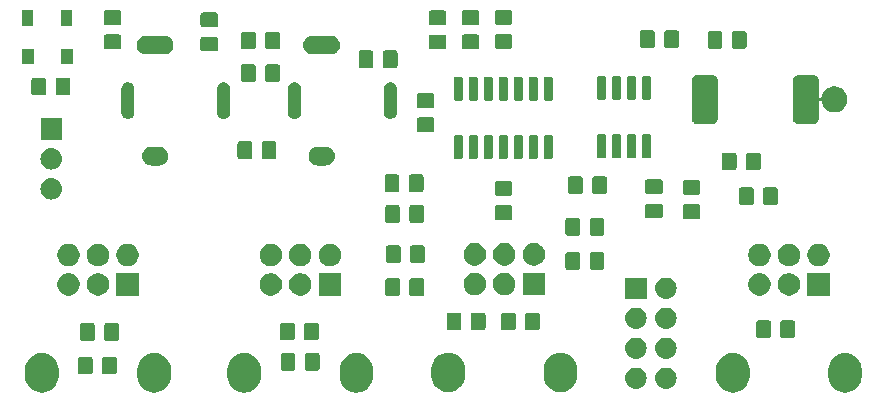
<source format=gbr>
G04 #@! TF.GenerationSoftware,KiCad,Pcbnew,5.1.4+dfsg1-1*
G04 #@! TF.CreationDate,2020-04-10T18:02:15-04:00*
G04 #@! TF.ProjectId,LilMix,4c696c4d-6978-42e6-9b69-6361645f7063,rev?*
G04 #@! TF.SameCoordinates,Original*
G04 #@! TF.FileFunction,Soldermask,Bot*
G04 #@! TF.FilePolarity,Negative*
%FSLAX46Y46*%
G04 Gerber Fmt 4.6, Leading zero omitted, Abs format (unit mm)*
G04 Created by KiCad (PCBNEW 5.1.4+dfsg1-1) date 2020-04-10 18:02:15*
%MOMM*%
%LPD*%
G04 APERTURE LIST*
%ADD10C,0.100000*%
G04 APERTURE END LIST*
D10*
G36*
X105116803Y-105315816D02*
G01*
X105382778Y-105396499D01*
X105382780Y-105396500D01*
X105627900Y-105527519D01*
X105842756Y-105703844D01*
X106019081Y-105918699D01*
X106145931Y-106156019D01*
X106150101Y-106163821D01*
X106230784Y-106429796D01*
X106251200Y-106637084D01*
X106251200Y-107295715D01*
X106230784Y-107503003D01*
X106201574Y-107599294D01*
X106150100Y-107768982D01*
X106019081Y-108014101D01*
X105842756Y-108228956D01*
X105627901Y-108405281D01*
X105397374Y-108528500D01*
X105382779Y-108536301D01*
X105116804Y-108616984D01*
X104840200Y-108644227D01*
X104563597Y-108616984D01*
X104297622Y-108536301D01*
X104283027Y-108528500D01*
X104052500Y-108405281D01*
X103837644Y-108228956D01*
X103661319Y-108014101D01*
X103530300Y-107768981D01*
X103527934Y-107761182D01*
X103449616Y-107503004D01*
X103429200Y-107295716D01*
X103429200Y-106637085D01*
X103449616Y-106429797D01*
X103530299Y-106163822D01*
X103661320Y-105918699D01*
X103667722Y-105910898D01*
X103837644Y-105703844D01*
X104052499Y-105527519D01*
X104297619Y-105396500D01*
X104297621Y-105396499D01*
X104563596Y-105315816D01*
X104840200Y-105288573D01*
X105116803Y-105315816D01*
X105116803Y-105315816D01*
G37*
G36*
X114616803Y-105315816D02*
G01*
X114882778Y-105396499D01*
X114882780Y-105396500D01*
X115127900Y-105527519D01*
X115342756Y-105703844D01*
X115519081Y-105918699D01*
X115645931Y-106156019D01*
X115650101Y-106163821D01*
X115730784Y-106429796D01*
X115751200Y-106637084D01*
X115751200Y-107295715D01*
X115730784Y-107503003D01*
X115701574Y-107599294D01*
X115650100Y-107768982D01*
X115519081Y-108014101D01*
X115342756Y-108228956D01*
X115127901Y-108405281D01*
X114897374Y-108528500D01*
X114882779Y-108536301D01*
X114616804Y-108616984D01*
X114340200Y-108644227D01*
X114063597Y-108616984D01*
X113797622Y-108536301D01*
X113783027Y-108528500D01*
X113552500Y-108405281D01*
X113337644Y-108228956D01*
X113161319Y-108014101D01*
X113030300Y-107768981D01*
X113027934Y-107761182D01*
X112949616Y-107503004D01*
X112929200Y-107295716D01*
X112929200Y-106637085D01*
X112949616Y-106429797D01*
X113030299Y-106163822D01*
X113161320Y-105918699D01*
X113167722Y-105910898D01*
X113337644Y-105703844D01*
X113552499Y-105527519D01*
X113797619Y-105396500D01*
X113797621Y-105396499D01*
X114063596Y-105315816D01*
X114340200Y-105288573D01*
X114616803Y-105315816D01*
X114616803Y-105315816D01*
G37*
G36*
X87991603Y-105308016D02*
G01*
X88257578Y-105388699D01*
X88257580Y-105388700D01*
X88502700Y-105519719D01*
X88717556Y-105696044D01*
X88893881Y-105910899D01*
X89001917Y-106113021D01*
X89024901Y-106156021D01*
X89105584Y-106421996D01*
X89126000Y-106629284D01*
X89126000Y-107287915D01*
X89105584Y-107495203D01*
X89074008Y-107599294D01*
X89024900Y-107761182D01*
X88893881Y-108006301D01*
X88717556Y-108221156D01*
X88502701Y-108397481D01*
X88257581Y-108528500D01*
X88257579Y-108528501D01*
X87991604Y-108609184D01*
X87715000Y-108636427D01*
X87438397Y-108609184D01*
X87172422Y-108528501D01*
X87172420Y-108528500D01*
X86927300Y-108397481D01*
X86712444Y-108221156D01*
X86536119Y-108006301D01*
X86405100Y-107761181D01*
X86392055Y-107718179D01*
X86324416Y-107495204D01*
X86304000Y-107287916D01*
X86304000Y-106629285D01*
X86306591Y-106602983D01*
X86324416Y-106421999D01*
X86324416Y-106421997D01*
X86405099Y-106156022D01*
X86428083Y-106113022D01*
X86536119Y-105910900D01*
X86712444Y-105696044D01*
X86927299Y-105519719D01*
X87172419Y-105388700D01*
X87172421Y-105388699D01*
X87438396Y-105308016D01*
X87715000Y-105280773D01*
X87991603Y-105308016D01*
X87991603Y-105308016D01*
G37*
G36*
X155991603Y-105308016D02*
G01*
X156257578Y-105388699D01*
X156257580Y-105388700D01*
X156502700Y-105519719D01*
X156717556Y-105696044D01*
X156893881Y-105910899D01*
X157001917Y-106113021D01*
X157024901Y-106156021D01*
X157105584Y-106421996D01*
X157126000Y-106629284D01*
X157126000Y-107287915D01*
X157105584Y-107495203D01*
X157074008Y-107599294D01*
X157024900Y-107761182D01*
X156893881Y-108006301D01*
X156717556Y-108221156D01*
X156502701Y-108397481D01*
X156257581Y-108528500D01*
X156257579Y-108528501D01*
X155991604Y-108609184D01*
X155715000Y-108636427D01*
X155438397Y-108609184D01*
X155172422Y-108528501D01*
X155172420Y-108528500D01*
X154927300Y-108397481D01*
X154712444Y-108221156D01*
X154536119Y-108006301D01*
X154405100Y-107761181D01*
X154392055Y-107718179D01*
X154324416Y-107495204D01*
X154304000Y-107287916D01*
X154304000Y-106629285D01*
X154306591Y-106602983D01*
X154324416Y-106421999D01*
X154324416Y-106421997D01*
X154405099Y-106156022D01*
X154428083Y-106113022D01*
X154536119Y-105910900D01*
X154712444Y-105696044D01*
X154927299Y-105519719D01*
X155172419Y-105388700D01*
X155172421Y-105388699D01*
X155438396Y-105308016D01*
X155715000Y-105280773D01*
X155991603Y-105308016D01*
X155991603Y-105308016D01*
G37*
G36*
X146491603Y-105308016D02*
G01*
X146757578Y-105388699D01*
X146757580Y-105388700D01*
X147002700Y-105519719D01*
X147217556Y-105696044D01*
X147393881Y-105910899D01*
X147501917Y-106113021D01*
X147524901Y-106156021D01*
X147605584Y-106421996D01*
X147626000Y-106629284D01*
X147626000Y-107287915D01*
X147605584Y-107495203D01*
X147574008Y-107599294D01*
X147524900Y-107761182D01*
X147393881Y-108006301D01*
X147217556Y-108221156D01*
X147002701Y-108397481D01*
X146757581Y-108528500D01*
X146757579Y-108528501D01*
X146491604Y-108609184D01*
X146215000Y-108636427D01*
X145938397Y-108609184D01*
X145672422Y-108528501D01*
X145672420Y-108528500D01*
X145427300Y-108397481D01*
X145212444Y-108221156D01*
X145036119Y-108006301D01*
X144905100Y-107761181D01*
X144892055Y-107718179D01*
X144824416Y-107495204D01*
X144804000Y-107287916D01*
X144804000Y-106629285D01*
X144806591Y-106602983D01*
X144824416Y-106421999D01*
X144824416Y-106421997D01*
X144905099Y-106156022D01*
X144928083Y-106113022D01*
X145036119Y-105910900D01*
X145212444Y-105696044D01*
X145427299Y-105519719D01*
X145672419Y-105388700D01*
X145672421Y-105388699D01*
X145938396Y-105308016D01*
X146215000Y-105280773D01*
X146491603Y-105308016D01*
X146491603Y-105308016D01*
G37*
G36*
X97491603Y-105308016D02*
G01*
X97757578Y-105388699D01*
X97757580Y-105388700D01*
X98002700Y-105519719D01*
X98217556Y-105696044D01*
X98393881Y-105910899D01*
X98501917Y-106113021D01*
X98524901Y-106156021D01*
X98605584Y-106421996D01*
X98626000Y-106629284D01*
X98626000Y-107287915D01*
X98605584Y-107495203D01*
X98574008Y-107599294D01*
X98524900Y-107761182D01*
X98393881Y-108006301D01*
X98217556Y-108221156D01*
X98002701Y-108397481D01*
X97757581Y-108528500D01*
X97757579Y-108528501D01*
X97491604Y-108609184D01*
X97215000Y-108636427D01*
X96938397Y-108609184D01*
X96672422Y-108528501D01*
X96672420Y-108528500D01*
X96427300Y-108397481D01*
X96212444Y-108221156D01*
X96036119Y-108006301D01*
X95905100Y-107761181D01*
X95892055Y-107718179D01*
X95824416Y-107495204D01*
X95804000Y-107287916D01*
X95804000Y-106629285D01*
X95806591Y-106602983D01*
X95824416Y-106421999D01*
X95824416Y-106421997D01*
X95905099Y-106156022D01*
X95928083Y-106113022D01*
X96036119Y-105910900D01*
X96212444Y-105696044D01*
X96427299Y-105519719D01*
X96672419Y-105388700D01*
X96672421Y-105388699D01*
X96938396Y-105308016D01*
X97215000Y-105280773D01*
X97491603Y-105308016D01*
X97491603Y-105308016D01*
G37*
G36*
X122388803Y-105265016D02*
G01*
X122654778Y-105345699D01*
X122654780Y-105345700D01*
X122899900Y-105476719D01*
X123114756Y-105653044D01*
X123291081Y-105867899D01*
X123422100Y-106113019D01*
X123422101Y-106113021D01*
X123502784Y-106378996D01*
X123523200Y-106586284D01*
X123523200Y-107244915D01*
X123502784Y-107452203D01*
X123458164Y-107599294D01*
X123422100Y-107718182D01*
X123291081Y-107963301D01*
X123114756Y-108178156D01*
X122899901Y-108354481D01*
X122654781Y-108485500D01*
X122654779Y-108485501D01*
X122388804Y-108566184D01*
X122112200Y-108593427D01*
X121835597Y-108566184D01*
X121569622Y-108485501D01*
X121569620Y-108485500D01*
X121324500Y-108354481D01*
X121109644Y-108178156D01*
X120933319Y-107963301D01*
X120802300Y-107718181D01*
X120802299Y-107718179D01*
X120721616Y-107452204D01*
X120701200Y-107244916D01*
X120701200Y-106586285D01*
X120721616Y-106378997D01*
X120802299Y-106113022D01*
X120906166Y-105918700D01*
X120933319Y-105867900D01*
X121109644Y-105653044D01*
X121324499Y-105476719D01*
X121569619Y-105345700D01*
X121569621Y-105345699D01*
X121835596Y-105265016D01*
X122112200Y-105237773D01*
X122388803Y-105265016D01*
X122388803Y-105265016D01*
G37*
G36*
X131888803Y-105265016D02*
G01*
X132154778Y-105345699D01*
X132154780Y-105345700D01*
X132399900Y-105476719D01*
X132614756Y-105653044D01*
X132791081Y-105867899D01*
X132922100Y-106113019D01*
X132922101Y-106113021D01*
X133002784Y-106378996D01*
X133023200Y-106586284D01*
X133023200Y-107244915D01*
X133002784Y-107452203D01*
X132958164Y-107599294D01*
X132922100Y-107718182D01*
X132791081Y-107963301D01*
X132614756Y-108178156D01*
X132399901Y-108354481D01*
X132154781Y-108485500D01*
X132154779Y-108485501D01*
X131888804Y-108566184D01*
X131612200Y-108593427D01*
X131335597Y-108566184D01*
X131069622Y-108485501D01*
X131069620Y-108485500D01*
X130824500Y-108354481D01*
X130609644Y-108178156D01*
X130433319Y-107963301D01*
X130302300Y-107718181D01*
X130302299Y-107718179D01*
X130221616Y-107452204D01*
X130201200Y-107244916D01*
X130201200Y-106586285D01*
X130221616Y-106378997D01*
X130302299Y-106113022D01*
X130406166Y-105918700D01*
X130433319Y-105867900D01*
X130609644Y-105653044D01*
X130824499Y-105476719D01*
X131069619Y-105345700D01*
X131069621Y-105345699D01*
X131335596Y-105265016D01*
X131612200Y-105237773D01*
X131888803Y-105265016D01*
X131888803Y-105265016D01*
G37*
G36*
X138179294Y-106518633D02*
G01*
X138351695Y-106570931D01*
X138510583Y-106655858D01*
X138649849Y-106770151D01*
X138764142Y-106909417D01*
X138849069Y-107068305D01*
X138901367Y-107240706D01*
X138919025Y-107420000D01*
X138901367Y-107599294D01*
X138849069Y-107771695D01*
X138764142Y-107930583D01*
X138649849Y-108069849D01*
X138510583Y-108184142D01*
X138351695Y-108269069D01*
X138179294Y-108321367D01*
X138044931Y-108334600D01*
X137955069Y-108334600D01*
X137820706Y-108321367D01*
X137648305Y-108269069D01*
X137489417Y-108184142D01*
X137350151Y-108069849D01*
X137235858Y-107930583D01*
X137150931Y-107771695D01*
X137098633Y-107599294D01*
X137080975Y-107420000D01*
X137098633Y-107240706D01*
X137150931Y-107068305D01*
X137235858Y-106909417D01*
X137350151Y-106770151D01*
X137489417Y-106655858D01*
X137648305Y-106570931D01*
X137820706Y-106518633D01*
X137955069Y-106505400D01*
X138044931Y-106505400D01*
X138179294Y-106518633D01*
X138179294Y-106518633D01*
G37*
G36*
X140719294Y-106518633D02*
G01*
X140891695Y-106570931D01*
X141050583Y-106655858D01*
X141189849Y-106770151D01*
X141304142Y-106909417D01*
X141389069Y-107068305D01*
X141441367Y-107240706D01*
X141459025Y-107420000D01*
X141441367Y-107599294D01*
X141389069Y-107771695D01*
X141304142Y-107930583D01*
X141189849Y-108069849D01*
X141050583Y-108184142D01*
X140891695Y-108269069D01*
X140719294Y-108321367D01*
X140584931Y-108334600D01*
X140495069Y-108334600D01*
X140360706Y-108321367D01*
X140188305Y-108269069D01*
X140029417Y-108184142D01*
X139890151Y-108069849D01*
X139775858Y-107930583D01*
X139690931Y-107771695D01*
X139638633Y-107599294D01*
X139620975Y-107420000D01*
X139638633Y-107240706D01*
X139690931Y-107068305D01*
X139775858Y-106909417D01*
X139890151Y-106770151D01*
X140029417Y-106655858D01*
X140188305Y-106570931D01*
X140360706Y-106518633D01*
X140495069Y-106505400D01*
X140584931Y-106505400D01*
X140719294Y-106518633D01*
X140719294Y-106518633D01*
G37*
G36*
X91848674Y-105593465D02*
G01*
X91886367Y-105604899D01*
X91921103Y-105623466D01*
X91951548Y-105648452D01*
X91976534Y-105678897D01*
X91995101Y-105713633D01*
X92006535Y-105751326D01*
X92011000Y-105796661D01*
X92011000Y-106883339D01*
X92006535Y-106928674D01*
X91995101Y-106966367D01*
X91976534Y-107001103D01*
X91951548Y-107031548D01*
X91921103Y-107056534D01*
X91886367Y-107075101D01*
X91848674Y-107086535D01*
X91803339Y-107091000D01*
X90966661Y-107091000D01*
X90921326Y-107086535D01*
X90883633Y-107075101D01*
X90848897Y-107056534D01*
X90818452Y-107031548D01*
X90793466Y-107001103D01*
X90774899Y-106966367D01*
X90763465Y-106928674D01*
X90759000Y-106883339D01*
X90759000Y-105796661D01*
X90763465Y-105751326D01*
X90774899Y-105713633D01*
X90793466Y-105678897D01*
X90818452Y-105648452D01*
X90848897Y-105623466D01*
X90883633Y-105604899D01*
X90921326Y-105593465D01*
X90966661Y-105589000D01*
X91803339Y-105589000D01*
X91848674Y-105593465D01*
X91848674Y-105593465D01*
G37*
G36*
X93898674Y-105593465D02*
G01*
X93936367Y-105604899D01*
X93971103Y-105623466D01*
X94001548Y-105648452D01*
X94026534Y-105678897D01*
X94045101Y-105713633D01*
X94056535Y-105751326D01*
X94061000Y-105796661D01*
X94061000Y-106883339D01*
X94056535Y-106928674D01*
X94045101Y-106966367D01*
X94026534Y-107001103D01*
X94001548Y-107031548D01*
X93971103Y-107056534D01*
X93936367Y-107075101D01*
X93898674Y-107086535D01*
X93853339Y-107091000D01*
X93016661Y-107091000D01*
X92971326Y-107086535D01*
X92933633Y-107075101D01*
X92898897Y-107056534D01*
X92868452Y-107031548D01*
X92843466Y-107001103D01*
X92824899Y-106966367D01*
X92813465Y-106928674D01*
X92809000Y-106883339D01*
X92809000Y-105796661D01*
X92813465Y-105751326D01*
X92824899Y-105713633D01*
X92843466Y-105678897D01*
X92868452Y-105648452D01*
X92898897Y-105623466D01*
X92933633Y-105604899D01*
X92971326Y-105593465D01*
X93016661Y-105589000D01*
X93853339Y-105589000D01*
X93898674Y-105593465D01*
X93898674Y-105593465D01*
G37*
G36*
X109013674Y-105273465D02*
G01*
X109051367Y-105284899D01*
X109086103Y-105303466D01*
X109116548Y-105328452D01*
X109141534Y-105358897D01*
X109160101Y-105393633D01*
X109171535Y-105431326D01*
X109176000Y-105476661D01*
X109176000Y-106563339D01*
X109171535Y-106608674D01*
X109160101Y-106646367D01*
X109141534Y-106681103D01*
X109116548Y-106711548D01*
X109086103Y-106736534D01*
X109051367Y-106755101D01*
X109013674Y-106766535D01*
X108968339Y-106771000D01*
X108131661Y-106771000D01*
X108086326Y-106766535D01*
X108048633Y-106755101D01*
X108013897Y-106736534D01*
X107983452Y-106711548D01*
X107958466Y-106681103D01*
X107939899Y-106646367D01*
X107928465Y-106608674D01*
X107924000Y-106563339D01*
X107924000Y-105476661D01*
X107928465Y-105431326D01*
X107939899Y-105393633D01*
X107958466Y-105358897D01*
X107983452Y-105328452D01*
X108013897Y-105303466D01*
X108048633Y-105284899D01*
X108086326Y-105273465D01*
X108131661Y-105269000D01*
X108968339Y-105269000D01*
X109013674Y-105273465D01*
X109013674Y-105273465D01*
G37*
G36*
X111063674Y-105273465D02*
G01*
X111101367Y-105284899D01*
X111136103Y-105303466D01*
X111166548Y-105328452D01*
X111191534Y-105358897D01*
X111210101Y-105393633D01*
X111221535Y-105431326D01*
X111226000Y-105476661D01*
X111226000Y-106563339D01*
X111221535Y-106608674D01*
X111210101Y-106646367D01*
X111191534Y-106681103D01*
X111166548Y-106711548D01*
X111136103Y-106736534D01*
X111101367Y-106755101D01*
X111063674Y-106766535D01*
X111018339Y-106771000D01*
X110181661Y-106771000D01*
X110136326Y-106766535D01*
X110098633Y-106755101D01*
X110063897Y-106736534D01*
X110033452Y-106711548D01*
X110008466Y-106681103D01*
X109989899Y-106646367D01*
X109978465Y-106608674D01*
X109974000Y-106563339D01*
X109974000Y-105476661D01*
X109978465Y-105431326D01*
X109989899Y-105393633D01*
X110008466Y-105358897D01*
X110033452Y-105328452D01*
X110063897Y-105303466D01*
X110098633Y-105284899D01*
X110136326Y-105273465D01*
X110181661Y-105269000D01*
X111018339Y-105269000D01*
X111063674Y-105273465D01*
X111063674Y-105273465D01*
G37*
G36*
X138179294Y-103978633D02*
G01*
X138351695Y-104030931D01*
X138510583Y-104115858D01*
X138649849Y-104230151D01*
X138764142Y-104369417D01*
X138849069Y-104528305D01*
X138901367Y-104700706D01*
X138919025Y-104880000D01*
X138901367Y-105059294D01*
X138849069Y-105231695D01*
X138764142Y-105390583D01*
X138649849Y-105529849D01*
X138510583Y-105644142D01*
X138351695Y-105729069D01*
X138179294Y-105781367D01*
X138044931Y-105794600D01*
X137955069Y-105794600D01*
X137820706Y-105781367D01*
X137648305Y-105729069D01*
X137489417Y-105644142D01*
X137350151Y-105529849D01*
X137235858Y-105390583D01*
X137150931Y-105231695D01*
X137098633Y-105059294D01*
X137080975Y-104880000D01*
X137098633Y-104700706D01*
X137150931Y-104528305D01*
X137235858Y-104369417D01*
X137350151Y-104230151D01*
X137489417Y-104115858D01*
X137648305Y-104030931D01*
X137820706Y-103978633D01*
X137955069Y-103965400D01*
X138044931Y-103965400D01*
X138179294Y-103978633D01*
X138179294Y-103978633D01*
G37*
G36*
X140719294Y-103978633D02*
G01*
X140891695Y-104030931D01*
X141050583Y-104115858D01*
X141189849Y-104230151D01*
X141304142Y-104369417D01*
X141389069Y-104528305D01*
X141441367Y-104700706D01*
X141459025Y-104880000D01*
X141441367Y-105059294D01*
X141389069Y-105231695D01*
X141304142Y-105390583D01*
X141189849Y-105529849D01*
X141050583Y-105644142D01*
X140891695Y-105729069D01*
X140719294Y-105781367D01*
X140584931Y-105794600D01*
X140495069Y-105794600D01*
X140360706Y-105781367D01*
X140188305Y-105729069D01*
X140029417Y-105644142D01*
X139890151Y-105529849D01*
X139775858Y-105390583D01*
X139690931Y-105231695D01*
X139638633Y-105059294D01*
X139620975Y-104880000D01*
X139638633Y-104700706D01*
X139690931Y-104528305D01*
X139775858Y-104369417D01*
X139890151Y-104230151D01*
X140029417Y-104115858D01*
X140188305Y-104030931D01*
X140360706Y-103978633D01*
X140495069Y-103965400D01*
X140584931Y-103965400D01*
X140719294Y-103978633D01*
X140719294Y-103978633D01*
G37*
G36*
X92033674Y-102743465D02*
G01*
X92071367Y-102754899D01*
X92106103Y-102773466D01*
X92136548Y-102798452D01*
X92161534Y-102828897D01*
X92180101Y-102863633D01*
X92191535Y-102901326D01*
X92196000Y-102946661D01*
X92196000Y-104033339D01*
X92191535Y-104078674D01*
X92180101Y-104116367D01*
X92161534Y-104151103D01*
X92136548Y-104181548D01*
X92106103Y-104206534D01*
X92071367Y-104225101D01*
X92033674Y-104236535D01*
X91988339Y-104241000D01*
X91151661Y-104241000D01*
X91106326Y-104236535D01*
X91068633Y-104225101D01*
X91033897Y-104206534D01*
X91003452Y-104181548D01*
X90978466Y-104151103D01*
X90959899Y-104116367D01*
X90948465Y-104078674D01*
X90944000Y-104033339D01*
X90944000Y-102946661D01*
X90948465Y-102901326D01*
X90959899Y-102863633D01*
X90978466Y-102828897D01*
X91003452Y-102798452D01*
X91033897Y-102773466D01*
X91068633Y-102754899D01*
X91106326Y-102743465D01*
X91151661Y-102739000D01*
X91988339Y-102739000D01*
X92033674Y-102743465D01*
X92033674Y-102743465D01*
G37*
G36*
X94083674Y-102743465D02*
G01*
X94121367Y-102754899D01*
X94156103Y-102773466D01*
X94186548Y-102798452D01*
X94211534Y-102828897D01*
X94230101Y-102863633D01*
X94241535Y-102901326D01*
X94246000Y-102946661D01*
X94246000Y-104033339D01*
X94241535Y-104078674D01*
X94230101Y-104116367D01*
X94211534Y-104151103D01*
X94186548Y-104181548D01*
X94156103Y-104206534D01*
X94121367Y-104225101D01*
X94083674Y-104236535D01*
X94038339Y-104241000D01*
X93201661Y-104241000D01*
X93156326Y-104236535D01*
X93118633Y-104225101D01*
X93083897Y-104206534D01*
X93053452Y-104181548D01*
X93028466Y-104151103D01*
X93009899Y-104116367D01*
X92998465Y-104078674D01*
X92994000Y-104033339D01*
X92994000Y-102946661D01*
X92998465Y-102901326D01*
X93009899Y-102863633D01*
X93028466Y-102828897D01*
X93053452Y-102798452D01*
X93083897Y-102773466D01*
X93118633Y-102754899D01*
X93156326Y-102743465D01*
X93201661Y-102739000D01*
X94038339Y-102739000D01*
X94083674Y-102743465D01*
X94083674Y-102743465D01*
G37*
G36*
X108953674Y-102703465D02*
G01*
X108991367Y-102714899D01*
X109026103Y-102733466D01*
X109056548Y-102758452D01*
X109081534Y-102788897D01*
X109100101Y-102823633D01*
X109111535Y-102861326D01*
X109116000Y-102906661D01*
X109116000Y-103993339D01*
X109111535Y-104038674D01*
X109100101Y-104076367D01*
X109081534Y-104111103D01*
X109056548Y-104141548D01*
X109026103Y-104166534D01*
X108991367Y-104185101D01*
X108953674Y-104196535D01*
X108908339Y-104201000D01*
X108071661Y-104201000D01*
X108026326Y-104196535D01*
X107988633Y-104185101D01*
X107953897Y-104166534D01*
X107923452Y-104141548D01*
X107898466Y-104111103D01*
X107879899Y-104076367D01*
X107868465Y-104038674D01*
X107864000Y-103993339D01*
X107864000Y-102906661D01*
X107868465Y-102861326D01*
X107879899Y-102823633D01*
X107898466Y-102788897D01*
X107923452Y-102758452D01*
X107953897Y-102733466D01*
X107988633Y-102714899D01*
X108026326Y-102703465D01*
X108071661Y-102699000D01*
X108908339Y-102699000D01*
X108953674Y-102703465D01*
X108953674Y-102703465D01*
G37*
G36*
X111003674Y-102703465D02*
G01*
X111041367Y-102714899D01*
X111076103Y-102733466D01*
X111106548Y-102758452D01*
X111131534Y-102788897D01*
X111150101Y-102823633D01*
X111161535Y-102861326D01*
X111166000Y-102906661D01*
X111166000Y-103993339D01*
X111161535Y-104038674D01*
X111150101Y-104076367D01*
X111131534Y-104111103D01*
X111106548Y-104141548D01*
X111076103Y-104166534D01*
X111041367Y-104185101D01*
X111003674Y-104196535D01*
X110958339Y-104201000D01*
X110121661Y-104201000D01*
X110076326Y-104196535D01*
X110038633Y-104185101D01*
X110003897Y-104166534D01*
X109973452Y-104141548D01*
X109948466Y-104111103D01*
X109929899Y-104076367D01*
X109918465Y-104038674D01*
X109914000Y-103993339D01*
X109914000Y-102906661D01*
X109918465Y-102861326D01*
X109929899Y-102823633D01*
X109948466Y-102788897D01*
X109973452Y-102758452D01*
X110003897Y-102733466D01*
X110038633Y-102714899D01*
X110076326Y-102703465D01*
X110121661Y-102699000D01*
X110958339Y-102699000D01*
X111003674Y-102703465D01*
X111003674Y-102703465D01*
G37*
G36*
X151328674Y-102512065D02*
G01*
X151366367Y-102523499D01*
X151401103Y-102542066D01*
X151431548Y-102567052D01*
X151456534Y-102597497D01*
X151475101Y-102632233D01*
X151486535Y-102669926D01*
X151491000Y-102715261D01*
X151491000Y-103801939D01*
X151486535Y-103847274D01*
X151475101Y-103884967D01*
X151456534Y-103919703D01*
X151431548Y-103950148D01*
X151401103Y-103975134D01*
X151366367Y-103993701D01*
X151328674Y-104005135D01*
X151283339Y-104009600D01*
X150446661Y-104009600D01*
X150401326Y-104005135D01*
X150363633Y-103993701D01*
X150328897Y-103975134D01*
X150298452Y-103950148D01*
X150273466Y-103919703D01*
X150254899Y-103884967D01*
X150243465Y-103847274D01*
X150239000Y-103801939D01*
X150239000Y-102715261D01*
X150243465Y-102669926D01*
X150254899Y-102632233D01*
X150273466Y-102597497D01*
X150298452Y-102567052D01*
X150328897Y-102542066D01*
X150363633Y-102523499D01*
X150401326Y-102512065D01*
X150446661Y-102507600D01*
X151283339Y-102507600D01*
X151328674Y-102512065D01*
X151328674Y-102512065D01*
G37*
G36*
X149278674Y-102512065D02*
G01*
X149316367Y-102523499D01*
X149351103Y-102542066D01*
X149381548Y-102567052D01*
X149406534Y-102597497D01*
X149425101Y-102632233D01*
X149436535Y-102669926D01*
X149441000Y-102715261D01*
X149441000Y-103801939D01*
X149436535Y-103847274D01*
X149425101Y-103884967D01*
X149406534Y-103919703D01*
X149381548Y-103950148D01*
X149351103Y-103975134D01*
X149316367Y-103993701D01*
X149278674Y-104005135D01*
X149233339Y-104009600D01*
X148396661Y-104009600D01*
X148351326Y-104005135D01*
X148313633Y-103993701D01*
X148278897Y-103975134D01*
X148248452Y-103950148D01*
X148223466Y-103919703D01*
X148204899Y-103884967D01*
X148193465Y-103847274D01*
X148189000Y-103801939D01*
X148189000Y-102715261D01*
X148193465Y-102669926D01*
X148204899Y-102632233D01*
X148223466Y-102597497D01*
X148248452Y-102567052D01*
X148278897Y-102542066D01*
X148313633Y-102523499D01*
X148351326Y-102512065D01*
X148396661Y-102507600D01*
X149233339Y-102507600D01*
X149278674Y-102512065D01*
X149278674Y-102512065D01*
G37*
G36*
X127663674Y-101853465D02*
G01*
X127701367Y-101864899D01*
X127736103Y-101883466D01*
X127766548Y-101908452D01*
X127791534Y-101938897D01*
X127810101Y-101973633D01*
X127821535Y-102011326D01*
X127826000Y-102056661D01*
X127826000Y-103143339D01*
X127821535Y-103188674D01*
X127810101Y-103226367D01*
X127791534Y-103261103D01*
X127766548Y-103291548D01*
X127736103Y-103316534D01*
X127701367Y-103335101D01*
X127663674Y-103346535D01*
X127618339Y-103351000D01*
X126781661Y-103351000D01*
X126736326Y-103346535D01*
X126698633Y-103335101D01*
X126663897Y-103316534D01*
X126633452Y-103291548D01*
X126608466Y-103261103D01*
X126589899Y-103226367D01*
X126578465Y-103188674D01*
X126574000Y-103143339D01*
X126574000Y-102056661D01*
X126578465Y-102011326D01*
X126589899Y-101973633D01*
X126608466Y-101938897D01*
X126633452Y-101908452D01*
X126663897Y-101883466D01*
X126698633Y-101864899D01*
X126736326Y-101853465D01*
X126781661Y-101849000D01*
X127618339Y-101849000D01*
X127663674Y-101853465D01*
X127663674Y-101853465D01*
G37*
G36*
X129713674Y-101853465D02*
G01*
X129751367Y-101864899D01*
X129786103Y-101883466D01*
X129816548Y-101908452D01*
X129841534Y-101938897D01*
X129860101Y-101973633D01*
X129871535Y-102011326D01*
X129876000Y-102056661D01*
X129876000Y-103143339D01*
X129871535Y-103188674D01*
X129860101Y-103226367D01*
X129841534Y-103261103D01*
X129816548Y-103291548D01*
X129786103Y-103316534D01*
X129751367Y-103335101D01*
X129713674Y-103346535D01*
X129668339Y-103351000D01*
X128831661Y-103351000D01*
X128786326Y-103346535D01*
X128748633Y-103335101D01*
X128713897Y-103316534D01*
X128683452Y-103291548D01*
X128658466Y-103261103D01*
X128639899Y-103226367D01*
X128628465Y-103188674D01*
X128624000Y-103143339D01*
X128624000Y-102056661D01*
X128628465Y-102011326D01*
X128639899Y-101973633D01*
X128658466Y-101938897D01*
X128683452Y-101908452D01*
X128713897Y-101883466D01*
X128748633Y-101864899D01*
X128786326Y-101853465D01*
X128831661Y-101849000D01*
X129668339Y-101849000D01*
X129713674Y-101853465D01*
X129713674Y-101853465D01*
G37*
G36*
X123063674Y-101853465D02*
G01*
X123101367Y-101864899D01*
X123136103Y-101883466D01*
X123166548Y-101908452D01*
X123191534Y-101938897D01*
X123210101Y-101973633D01*
X123221535Y-102011326D01*
X123226000Y-102056661D01*
X123226000Y-103143339D01*
X123221535Y-103188674D01*
X123210101Y-103226367D01*
X123191534Y-103261103D01*
X123166548Y-103291548D01*
X123136103Y-103316534D01*
X123101367Y-103335101D01*
X123063674Y-103346535D01*
X123018339Y-103351000D01*
X122181661Y-103351000D01*
X122136326Y-103346535D01*
X122098633Y-103335101D01*
X122063897Y-103316534D01*
X122033452Y-103291548D01*
X122008466Y-103261103D01*
X121989899Y-103226367D01*
X121978465Y-103188674D01*
X121974000Y-103143339D01*
X121974000Y-102056661D01*
X121978465Y-102011326D01*
X121989899Y-101973633D01*
X122008466Y-101938897D01*
X122033452Y-101908452D01*
X122063897Y-101883466D01*
X122098633Y-101864899D01*
X122136326Y-101853465D01*
X122181661Y-101849000D01*
X123018339Y-101849000D01*
X123063674Y-101853465D01*
X123063674Y-101853465D01*
G37*
G36*
X125113674Y-101853465D02*
G01*
X125151367Y-101864899D01*
X125186103Y-101883466D01*
X125216548Y-101908452D01*
X125241534Y-101938897D01*
X125260101Y-101973633D01*
X125271535Y-102011326D01*
X125276000Y-102056661D01*
X125276000Y-103143339D01*
X125271535Y-103188674D01*
X125260101Y-103226367D01*
X125241534Y-103261103D01*
X125216548Y-103291548D01*
X125186103Y-103316534D01*
X125151367Y-103335101D01*
X125113674Y-103346535D01*
X125068339Y-103351000D01*
X124231661Y-103351000D01*
X124186326Y-103346535D01*
X124148633Y-103335101D01*
X124113897Y-103316534D01*
X124083452Y-103291548D01*
X124058466Y-103261103D01*
X124039899Y-103226367D01*
X124028465Y-103188674D01*
X124024000Y-103143339D01*
X124024000Y-102056661D01*
X124028465Y-102011326D01*
X124039899Y-101973633D01*
X124058466Y-101938897D01*
X124083452Y-101908452D01*
X124113897Y-101883466D01*
X124148633Y-101864899D01*
X124186326Y-101853465D01*
X124231661Y-101849000D01*
X125068339Y-101849000D01*
X125113674Y-101853465D01*
X125113674Y-101853465D01*
G37*
G36*
X140719294Y-101438633D02*
G01*
X140891695Y-101490931D01*
X141050583Y-101575858D01*
X141189849Y-101690151D01*
X141304142Y-101829417D01*
X141389069Y-101988305D01*
X141441367Y-102160706D01*
X141459025Y-102340000D01*
X141441367Y-102519294D01*
X141389069Y-102691695D01*
X141304142Y-102850583D01*
X141189849Y-102989849D01*
X141050583Y-103104142D01*
X140891695Y-103189069D01*
X140719294Y-103241367D01*
X140584931Y-103254600D01*
X140495069Y-103254600D01*
X140360706Y-103241367D01*
X140188305Y-103189069D01*
X140029417Y-103104142D01*
X139890151Y-102989849D01*
X139775858Y-102850583D01*
X139690931Y-102691695D01*
X139638633Y-102519294D01*
X139620975Y-102340000D01*
X139638633Y-102160706D01*
X139690931Y-101988305D01*
X139775858Y-101829417D01*
X139890151Y-101690151D01*
X140029417Y-101575858D01*
X140188305Y-101490931D01*
X140360706Y-101438633D01*
X140495069Y-101425400D01*
X140584931Y-101425400D01*
X140719294Y-101438633D01*
X140719294Y-101438633D01*
G37*
G36*
X138179294Y-101438633D02*
G01*
X138351695Y-101490931D01*
X138510583Y-101575858D01*
X138649849Y-101690151D01*
X138764142Y-101829417D01*
X138849069Y-101988305D01*
X138901367Y-102160706D01*
X138919025Y-102340000D01*
X138901367Y-102519294D01*
X138849069Y-102691695D01*
X138764142Y-102850583D01*
X138649849Y-102989849D01*
X138510583Y-103104142D01*
X138351695Y-103189069D01*
X138179294Y-103241367D01*
X138044931Y-103254600D01*
X137955069Y-103254600D01*
X137820706Y-103241367D01*
X137648305Y-103189069D01*
X137489417Y-103104142D01*
X137350151Y-102989849D01*
X137235858Y-102850583D01*
X137150931Y-102691695D01*
X137098633Y-102519294D01*
X137080975Y-102340000D01*
X137098633Y-102160706D01*
X137150931Y-101988305D01*
X137235858Y-101829417D01*
X137350151Y-101690151D01*
X137489417Y-101575858D01*
X137648305Y-101490931D01*
X137820706Y-101438633D01*
X137955069Y-101425400D01*
X138044931Y-101425400D01*
X138179294Y-101438633D01*
X138179294Y-101438633D01*
G37*
G36*
X138914600Y-100714600D02*
G01*
X137085400Y-100714600D01*
X137085400Y-98885400D01*
X138914600Y-98885400D01*
X138914600Y-100714600D01*
X138914600Y-100714600D01*
G37*
G36*
X140719294Y-98898633D02*
G01*
X140891695Y-98950931D01*
X141050583Y-99035858D01*
X141189849Y-99150151D01*
X141304142Y-99289417D01*
X141389069Y-99448305D01*
X141441367Y-99620706D01*
X141459025Y-99800000D01*
X141441367Y-99979294D01*
X141389069Y-100151695D01*
X141304142Y-100310583D01*
X141189849Y-100449849D01*
X141050583Y-100564142D01*
X140891695Y-100649069D01*
X140719294Y-100701367D01*
X140584931Y-100714600D01*
X140495069Y-100714600D01*
X140360706Y-100701367D01*
X140188305Y-100649069D01*
X140029417Y-100564142D01*
X139890151Y-100449849D01*
X139775858Y-100310583D01*
X139690931Y-100151695D01*
X139638633Y-99979294D01*
X139620975Y-99800000D01*
X139638633Y-99620706D01*
X139690931Y-99448305D01*
X139775858Y-99289417D01*
X139890151Y-99150151D01*
X140029417Y-99035858D01*
X140188305Y-98950931D01*
X140360706Y-98898633D01*
X140495069Y-98885400D01*
X140584931Y-98885400D01*
X140719294Y-98898633D01*
X140719294Y-98898633D01*
G37*
G36*
X119923674Y-98953465D02*
G01*
X119961367Y-98964899D01*
X119996103Y-98983466D01*
X120026548Y-99008452D01*
X120051534Y-99038897D01*
X120070101Y-99073633D01*
X120081535Y-99111326D01*
X120086000Y-99156661D01*
X120086000Y-100243339D01*
X120081535Y-100288674D01*
X120070101Y-100326367D01*
X120051534Y-100361103D01*
X120026548Y-100391548D01*
X119996103Y-100416534D01*
X119961367Y-100435101D01*
X119923674Y-100446535D01*
X119878339Y-100451000D01*
X119041661Y-100451000D01*
X118996326Y-100446535D01*
X118958633Y-100435101D01*
X118923897Y-100416534D01*
X118893452Y-100391548D01*
X118868466Y-100361103D01*
X118849899Y-100326367D01*
X118838465Y-100288674D01*
X118834000Y-100243339D01*
X118834000Y-99156661D01*
X118838465Y-99111326D01*
X118849899Y-99073633D01*
X118868466Y-99038897D01*
X118893452Y-99008452D01*
X118923897Y-98983466D01*
X118958633Y-98964899D01*
X118996326Y-98953465D01*
X119041661Y-98949000D01*
X119878339Y-98949000D01*
X119923674Y-98953465D01*
X119923674Y-98953465D01*
G37*
G36*
X117873674Y-98953465D02*
G01*
X117911367Y-98964899D01*
X117946103Y-98983466D01*
X117976548Y-99008452D01*
X118001534Y-99038897D01*
X118020101Y-99073633D01*
X118031535Y-99111326D01*
X118036000Y-99156661D01*
X118036000Y-100243339D01*
X118031535Y-100288674D01*
X118020101Y-100326367D01*
X118001534Y-100361103D01*
X117976548Y-100391548D01*
X117946103Y-100416534D01*
X117911367Y-100435101D01*
X117873674Y-100446535D01*
X117828339Y-100451000D01*
X116991661Y-100451000D01*
X116946326Y-100446535D01*
X116908633Y-100435101D01*
X116873897Y-100416534D01*
X116843452Y-100391548D01*
X116818466Y-100361103D01*
X116799899Y-100326367D01*
X116788465Y-100288674D01*
X116784000Y-100243339D01*
X116784000Y-99156661D01*
X116788465Y-99111326D01*
X116799899Y-99073633D01*
X116818466Y-99038897D01*
X116843452Y-99008452D01*
X116873897Y-98983466D01*
X116908633Y-98964899D01*
X116946326Y-98953465D01*
X116991661Y-98949000D01*
X117828339Y-98949000D01*
X117873674Y-98953465D01*
X117873674Y-98953465D01*
G37*
G36*
X113041200Y-100417400D02*
G01*
X111139200Y-100417400D01*
X111139200Y-98515400D01*
X113041200Y-98515400D01*
X113041200Y-100417400D01*
X113041200Y-100417400D01*
G37*
G36*
X109867595Y-98551946D02*
G01*
X110040666Y-98623634D01*
X110040667Y-98623635D01*
X110196427Y-98727710D01*
X110328890Y-98860173D01*
X110328891Y-98860175D01*
X110432966Y-99015934D01*
X110504654Y-99189005D01*
X110541200Y-99372733D01*
X110541200Y-99560067D01*
X110504654Y-99743795D01*
X110432966Y-99916866D01*
X110391253Y-99979294D01*
X110328890Y-100072627D01*
X110196427Y-100205090D01*
X110156265Y-100231925D01*
X110040666Y-100309166D01*
X109867595Y-100380854D01*
X109683867Y-100417400D01*
X109496533Y-100417400D01*
X109312805Y-100380854D01*
X109139734Y-100309166D01*
X109024135Y-100231925D01*
X108983973Y-100205090D01*
X108851510Y-100072627D01*
X108789147Y-99979294D01*
X108747434Y-99916866D01*
X108675746Y-99743795D01*
X108639200Y-99560067D01*
X108639200Y-99372733D01*
X108675746Y-99189005D01*
X108747434Y-99015934D01*
X108851509Y-98860175D01*
X108851510Y-98860173D01*
X108983973Y-98727710D01*
X109139733Y-98623635D01*
X109139734Y-98623634D01*
X109312805Y-98551946D01*
X109496533Y-98515400D01*
X109683867Y-98515400D01*
X109867595Y-98551946D01*
X109867595Y-98551946D01*
G37*
G36*
X107367595Y-98551946D02*
G01*
X107540666Y-98623634D01*
X107540667Y-98623635D01*
X107696427Y-98727710D01*
X107828890Y-98860173D01*
X107828891Y-98860175D01*
X107932966Y-99015934D01*
X108004654Y-99189005D01*
X108041200Y-99372733D01*
X108041200Y-99560067D01*
X108004654Y-99743795D01*
X107932966Y-99916866D01*
X107891253Y-99979294D01*
X107828890Y-100072627D01*
X107696427Y-100205090D01*
X107656265Y-100231925D01*
X107540666Y-100309166D01*
X107367595Y-100380854D01*
X107183867Y-100417400D01*
X106996533Y-100417400D01*
X106812805Y-100380854D01*
X106639734Y-100309166D01*
X106524135Y-100231925D01*
X106483973Y-100205090D01*
X106351510Y-100072627D01*
X106289147Y-99979294D01*
X106247434Y-99916866D01*
X106175746Y-99743795D01*
X106139200Y-99560067D01*
X106139200Y-99372733D01*
X106175746Y-99189005D01*
X106247434Y-99015934D01*
X106351509Y-98860175D01*
X106351510Y-98860173D01*
X106483973Y-98727710D01*
X106639733Y-98623635D01*
X106639734Y-98623634D01*
X106812805Y-98551946D01*
X106996533Y-98515400D01*
X107183867Y-98515400D01*
X107367595Y-98551946D01*
X107367595Y-98551946D01*
G37*
G36*
X92742395Y-98544146D02*
G01*
X92915466Y-98615834D01*
X92927141Y-98623635D01*
X93071227Y-98719910D01*
X93203690Y-98852373D01*
X93208903Y-98860175D01*
X93307766Y-99008134D01*
X93379454Y-99181205D01*
X93416000Y-99364933D01*
X93416000Y-99552267D01*
X93379454Y-99735995D01*
X93307766Y-99909066D01*
X93260842Y-99979293D01*
X93203690Y-100064827D01*
X93071227Y-100197290D01*
X93019392Y-100231925D01*
X92915466Y-100301366D01*
X92742395Y-100373054D01*
X92558667Y-100409600D01*
X92371333Y-100409600D01*
X92187605Y-100373054D01*
X92014534Y-100301366D01*
X91910608Y-100231925D01*
X91858773Y-100197290D01*
X91726310Y-100064827D01*
X91669158Y-99979293D01*
X91622234Y-99909066D01*
X91550546Y-99735995D01*
X91514000Y-99552267D01*
X91514000Y-99364933D01*
X91550546Y-99181205D01*
X91622234Y-99008134D01*
X91721097Y-98860175D01*
X91726310Y-98852373D01*
X91858773Y-98719910D01*
X92002859Y-98623635D01*
X92014534Y-98615834D01*
X92187605Y-98544146D01*
X92371333Y-98507600D01*
X92558667Y-98507600D01*
X92742395Y-98544146D01*
X92742395Y-98544146D01*
G37*
G36*
X148742395Y-98544146D02*
G01*
X148915466Y-98615834D01*
X148927141Y-98623635D01*
X149071227Y-98719910D01*
X149203690Y-98852373D01*
X149208903Y-98860175D01*
X149307766Y-99008134D01*
X149379454Y-99181205D01*
X149416000Y-99364933D01*
X149416000Y-99552267D01*
X149379454Y-99735995D01*
X149307766Y-99909066D01*
X149260842Y-99979293D01*
X149203690Y-100064827D01*
X149071227Y-100197290D01*
X149019392Y-100231925D01*
X148915466Y-100301366D01*
X148742395Y-100373054D01*
X148558667Y-100409600D01*
X148371333Y-100409600D01*
X148187605Y-100373054D01*
X148014534Y-100301366D01*
X147910608Y-100231925D01*
X147858773Y-100197290D01*
X147726310Y-100064827D01*
X147669158Y-99979293D01*
X147622234Y-99909066D01*
X147550546Y-99735995D01*
X147514000Y-99552267D01*
X147514000Y-99364933D01*
X147550546Y-99181205D01*
X147622234Y-99008134D01*
X147721097Y-98860175D01*
X147726310Y-98852373D01*
X147858773Y-98719910D01*
X148002859Y-98623635D01*
X148014534Y-98615834D01*
X148187605Y-98544146D01*
X148371333Y-98507600D01*
X148558667Y-98507600D01*
X148742395Y-98544146D01*
X148742395Y-98544146D01*
G37*
G36*
X154416000Y-100409600D02*
G01*
X152514000Y-100409600D01*
X152514000Y-98507600D01*
X154416000Y-98507600D01*
X154416000Y-100409600D01*
X154416000Y-100409600D01*
G37*
G36*
X90242395Y-98544146D02*
G01*
X90415466Y-98615834D01*
X90427141Y-98623635D01*
X90571227Y-98719910D01*
X90703690Y-98852373D01*
X90708903Y-98860175D01*
X90807766Y-99008134D01*
X90879454Y-99181205D01*
X90916000Y-99364933D01*
X90916000Y-99552267D01*
X90879454Y-99735995D01*
X90807766Y-99909066D01*
X90760842Y-99979293D01*
X90703690Y-100064827D01*
X90571227Y-100197290D01*
X90519392Y-100231925D01*
X90415466Y-100301366D01*
X90242395Y-100373054D01*
X90058667Y-100409600D01*
X89871333Y-100409600D01*
X89687605Y-100373054D01*
X89514534Y-100301366D01*
X89410608Y-100231925D01*
X89358773Y-100197290D01*
X89226310Y-100064827D01*
X89169158Y-99979293D01*
X89122234Y-99909066D01*
X89050546Y-99735995D01*
X89014000Y-99552267D01*
X89014000Y-99364933D01*
X89050546Y-99181205D01*
X89122234Y-99008134D01*
X89221097Y-98860175D01*
X89226310Y-98852373D01*
X89358773Y-98719910D01*
X89502859Y-98623635D01*
X89514534Y-98615834D01*
X89687605Y-98544146D01*
X89871333Y-98507600D01*
X90058667Y-98507600D01*
X90242395Y-98544146D01*
X90242395Y-98544146D01*
G37*
G36*
X95916000Y-100409600D02*
G01*
X94014000Y-100409600D01*
X94014000Y-98507600D01*
X95916000Y-98507600D01*
X95916000Y-100409600D01*
X95916000Y-100409600D01*
G37*
G36*
X151242395Y-98544146D02*
G01*
X151415466Y-98615834D01*
X151427141Y-98623635D01*
X151571227Y-98719910D01*
X151703690Y-98852373D01*
X151708903Y-98860175D01*
X151807766Y-99008134D01*
X151879454Y-99181205D01*
X151916000Y-99364933D01*
X151916000Y-99552267D01*
X151879454Y-99735995D01*
X151807766Y-99909066D01*
X151760842Y-99979293D01*
X151703690Y-100064827D01*
X151571227Y-100197290D01*
X151519392Y-100231925D01*
X151415466Y-100301366D01*
X151242395Y-100373054D01*
X151058667Y-100409600D01*
X150871333Y-100409600D01*
X150687605Y-100373054D01*
X150514534Y-100301366D01*
X150410608Y-100231925D01*
X150358773Y-100197290D01*
X150226310Y-100064827D01*
X150169158Y-99979293D01*
X150122234Y-99909066D01*
X150050546Y-99735995D01*
X150014000Y-99552267D01*
X150014000Y-99364933D01*
X150050546Y-99181205D01*
X150122234Y-99008134D01*
X150221097Y-98860175D01*
X150226310Y-98852373D01*
X150358773Y-98719910D01*
X150502859Y-98623635D01*
X150514534Y-98615834D01*
X150687605Y-98544146D01*
X150871333Y-98507600D01*
X151058667Y-98507600D01*
X151242395Y-98544146D01*
X151242395Y-98544146D01*
G37*
G36*
X130313200Y-100366600D02*
G01*
X128411200Y-100366600D01*
X128411200Y-98464600D01*
X130313200Y-98464600D01*
X130313200Y-100366600D01*
X130313200Y-100366600D01*
G37*
G36*
X124639595Y-98501146D02*
G01*
X124812666Y-98572834D01*
X124812667Y-98572835D01*
X124968427Y-98676910D01*
X125100890Y-98809373D01*
X125129623Y-98852375D01*
X125204966Y-98965134D01*
X125276654Y-99138205D01*
X125313200Y-99321933D01*
X125313200Y-99509267D01*
X125276654Y-99692995D01*
X125204966Y-99866066D01*
X125171022Y-99916866D01*
X125100890Y-100021827D01*
X124968427Y-100154290D01*
X124904073Y-100197290D01*
X124812666Y-100258366D01*
X124639595Y-100330054D01*
X124455867Y-100366600D01*
X124268533Y-100366600D01*
X124084805Y-100330054D01*
X123911734Y-100258366D01*
X123820327Y-100197290D01*
X123755973Y-100154290D01*
X123623510Y-100021827D01*
X123553378Y-99916866D01*
X123519434Y-99866066D01*
X123447746Y-99692995D01*
X123411200Y-99509267D01*
X123411200Y-99321933D01*
X123447746Y-99138205D01*
X123519434Y-98965134D01*
X123594777Y-98852375D01*
X123623510Y-98809373D01*
X123755973Y-98676910D01*
X123911733Y-98572835D01*
X123911734Y-98572834D01*
X124084805Y-98501146D01*
X124268533Y-98464600D01*
X124455867Y-98464600D01*
X124639595Y-98501146D01*
X124639595Y-98501146D01*
G37*
G36*
X127139595Y-98501146D02*
G01*
X127312666Y-98572834D01*
X127312667Y-98572835D01*
X127468427Y-98676910D01*
X127600890Y-98809373D01*
X127629623Y-98852375D01*
X127704966Y-98965134D01*
X127776654Y-99138205D01*
X127813200Y-99321933D01*
X127813200Y-99509267D01*
X127776654Y-99692995D01*
X127704966Y-99866066D01*
X127671022Y-99916866D01*
X127600890Y-100021827D01*
X127468427Y-100154290D01*
X127404073Y-100197290D01*
X127312666Y-100258366D01*
X127139595Y-100330054D01*
X126955867Y-100366600D01*
X126768533Y-100366600D01*
X126584805Y-100330054D01*
X126411734Y-100258366D01*
X126320327Y-100197290D01*
X126255973Y-100154290D01*
X126123510Y-100021827D01*
X126053378Y-99916866D01*
X126019434Y-99866066D01*
X125947746Y-99692995D01*
X125911200Y-99509267D01*
X125911200Y-99321933D01*
X125947746Y-99138205D01*
X126019434Y-98965134D01*
X126094777Y-98852375D01*
X126123510Y-98809373D01*
X126255973Y-98676910D01*
X126411733Y-98572835D01*
X126411734Y-98572834D01*
X126584805Y-98501146D01*
X126768533Y-98464600D01*
X126955867Y-98464600D01*
X127139595Y-98501146D01*
X127139595Y-98501146D01*
G37*
G36*
X133122274Y-96738465D02*
G01*
X133159967Y-96749899D01*
X133194703Y-96768466D01*
X133225148Y-96793452D01*
X133250134Y-96823897D01*
X133268701Y-96858633D01*
X133280135Y-96896326D01*
X133284600Y-96941661D01*
X133284600Y-98028339D01*
X133280135Y-98073674D01*
X133268701Y-98111367D01*
X133250134Y-98146103D01*
X133225148Y-98176548D01*
X133194703Y-98201534D01*
X133159967Y-98220101D01*
X133122274Y-98231535D01*
X133076939Y-98236000D01*
X132240261Y-98236000D01*
X132194926Y-98231535D01*
X132157233Y-98220101D01*
X132122497Y-98201534D01*
X132092052Y-98176548D01*
X132067066Y-98146103D01*
X132048499Y-98111367D01*
X132037065Y-98073674D01*
X132032600Y-98028339D01*
X132032600Y-96941661D01*
X132037065Y-96896326D01*
X132048499Y-96858633D01*
X132067066Y-96823897D01*
X132092052Y-96793452D01*
X132122497Y-96768466D01*
X132157233Y-96749899D01*
X132194926Y-96738465D01*
X132240261Y-96734000D01*
X133076939Y-96734000D01*
X133122274Y-96738465D01*
X133122274Y-96738465D01*
G37*
G36*
X135172274Y-96738465D02*
G01*
X135209967Y-96749899D01*
X135244703Y-96768466D01*
X135275148Y-96793452D01*
X135300134Y-96823897D01*
X135318701Y-96858633D01*
X135330135Y-96896326D01*
X135334600Y-96941661D01*
X135334600Y-98028339D01*
X135330135Y-98073674D01*
X135318701Y-98111367D01*
X135300134Y-98146103D01*
X135275148Y-98176548D01*
X135244703Y-98201534D01*
X135209967Y-98220101D01*
X135172274Y-98231535D01*
X135126939Y-98236000D01*
X134290261Y-98236000D01*
X134244926Y-98231535D01*
X134207233Y-98220101D01*
X134172497Y-98201534D01*
X134142052Y-98176548D01*
X134117066Y-98146103D01*
X134098499Y-98111367D01*
X134087065Y-98073674D01*
X134082600Y-98028339D01*
X134082600Y-96941661D01*
X134087065Y-96896326D01*
X134098499Y-96858633D01*
X134117066Y-96823897D01*
X134142052Y-96793452D01*
X134172497Y-96768466D01*
X134207233Y-96749899D01*
X134244926Y-96738465D01*
X134290261Y-96734000D01*
X135126939Y-96734000D01*
X135172274Y-96738465D01*
X135172274Y-96738465D01*
G37*
G36*
X109867595Y-96051946D02*
G01*
X110040666Y-96123634D01*
X110040667Y-96123635D01*
X110196427Y-96227710D01*
X110328890Y-96360173D01*
X110343257Y-96381675D01*
X110432966Y-96515934D01*
X110504654Y-96689005D01*
X110541200Y-96872733D01*
X110541200Y-97060067D01*
X110504654Y-97243795D01*
X110432966Y-97416866D01*
X110406190Y-97456939D01*
X110328890Y-97572627D01*
X110196427Y-97705090D01*
X110118018Y-97757481D01*
X110040666Y-97809166D01*
X109867595Y-97880854D01*
X109683867Y-97917400D01*
X109496533Y-97917400D01*
X109312805Y-97880854D01*
X109139734Y-97809166D01*
X109062382Y-97757481D01*
X108983973Y-97705090D01*
X108851510Y-97572627D01*
X108774210Y-97456939D01*
X108747434Y-97416866D01*
X108675746Y-97243795D01*
X108639200Y-97060067D01*
X108639200Y-96872733D01*
X108675746Y-96689005D01*
X108747434Y-96515934D01*
X108837143Y-96381675D01*
X108851510Y-96360173D01*
X108983973Y-96227710D01*
X109139733Y-96123635D01*
X109139734Y-96123634D01*
X109312805Y-96051946D01*
X109496533Y-96015400D01*
X109683867Y-96015400D01*
X109867595Y-96051946D01*
X109867595Y-96051946D01*
G37*
G36*
X112367595Y-96051946D02*
G01*
X112540666Y-96123634D01*
X112540667Y-96123635D01*
X112696427Y-96227710D01*
X112828890Y-96360173D01*
X112843257Y-96381675D01*
X112932966Y-96515934D01*
X113004654Y-96689005D01*
X113041200Y-96872733D01*
X113041200Y-97060067D01*
X113004654Y-97243795D01*
X112932966Y-97416866D01*
X112906190Y-97456939D01*
X112828890Y-97572627D01*
X112696427Y-97705090D01*
X112618018Y-97757481D01*
X112540666Y-97809166D01*
X112367595Y-97880854D01*
X112183867Y-97917400D01*
X111996533Y-97917400D01*
X111812805Y-97880854D01*
X111639734Y-97809166D01*
X111562382Y-97757481D01*
X111483973Y-97705090D01*
X111351510Y-97572627D01*
X111274210Y-97456939D01*
X111247434Y-97416866D01*
X111175746Y-97243795D01*
X111139200Y-97060067D01*
X111139200Y-96872733D01*
X111175746Y-96689005D01*
X111247434Y-96515934D01*
X111337143Y-96381675D01*
X111351510Y-96360173D01*
X111483973Y-96227710D01*
X111639733Y-96123635D01*
X111639734Y-96123634D01*
X111812805Y-96051946D01*
X111996533Y-96015400D01*
X112183867Y-96015400D01*
X112367595Y-96051946D01*
X112367595Y-96051946D01*
G37*
G36*
X107367595Y-96051946D02*
G01*
X107540666Y-96123634D01*
X107540667Y-96123635D01*
X107696427Y-96227710D01*
X107828890Y-96360173D01*
X107843257Y-96381675D01*
X107932966Y-96515934D01*
X108004654Y-96689005D01*
X108041200Y-96872733D01*
X108041200Y-97060067D01*
X108004654Y-97243795D01*
X107932966Y-97416866D01*
X107906190Y-97456939D01*
X107828890Y-97572627D01*
X107696427Y-97705090D01*
X107618018Y-97757481D01*
X107540666Y-97809166D01*
X107367595Y-97880854D01*
X107183867Y-97917400D01*
X106996533Y-97917400D01*
X106812805Y-97880854D01*
X106639734Y-97809166D01*
X106562382Y-97757481D01*
X106483973Y-97705090D01*
X106351510Y-97572627D01*
X106274210Y-97456939D01*
X106247434Y-97416866D01*
X106175746Y-97243795D01*
X106139200Y-97060067D01*
X106139200Y-96872733D01*
X106175746Y-96689005D01*
X106247434Y-96515934D01*
X106337143Y-96381675D01*
X106351510Y-96360173D01*
X106483973Y-96227710D01*
X106639733Y-96123635D01*
X106639734Y-96123634D01*
X106812805Y-96051946D01*
X106996533Y-96015400D01*
X107183867Y-96015400D01*
X107367595Y-96051946D01*
X107367595Y-96051946D01*
G37*
G36*
X151242395Y-96044146D02*
G01*
X151415466Y-96115834D01*
X151427141Y-96123635D01*
X151571227Y-96219910D01*
X151703690Y-96352373D01*
X151708903Y-96360175D01*
X151807766Y-96508134D01*
X151879454Y-96681205D01*
X151916000Y-96864933D01*
X151916000Y-97052267D01*
X151879454Y-97235995D01*
X151807766Y-97409066D01*
X151783405Y-97445525D01*
X151703690Y-97564827D01*
X151571227Y-97697290D01*
X151492818Y-97749681D01*
X151415466Y-97801366D01*
X151242395Y-97873054D01*
X151058667Y-97909600D01*
X150871333Y-97909600D01*
X150687605Y-97873054D01*
X150514534Y-97801366D01*
X150437182Y-97749681D01*
X150358773Y-97697290D01*
X150226310Y-97564827D01*
X150146595Y-97445525D01*
X150122234Y-97409066D01*
X150050546Y-97235995D01*
X150014000Y-97052267D01*
X150014000Y-96864933D01*
X150050546Y-96681205D01*
X150122234Y-96508134D01*
X150221097Y-96360175D01*
X150226310Y-96352373D01*
X150358773Y-96219910D01*
X150502859Y-96123635D01*
X150514534Y-96115834D01*
X150687605Y-96044146D01*
X150871333Y-96007600D01*
X151058667Y-96007600D01*
X151242395Y-96044146D01*
X151242395Y-96044146D01*
G37*
G36*
X95242395Y-96044146D02*
G01*
X95415466Y-96115834D01*
X95427141Y-96123635D01*
X95571227Y-96219910D01*
X95703690Y-96352373D01*
X95708903Y-96360175D01*
X95807766Y-96508134D01*
X95879454Y-96681205D01*
X95916000Y-96864933D01*
X95916000Y-97052267D01*
X95879454Y-97235995D01*
X95807766Y-97409066D01*
X95783405Y-97445525D01*
X95703690Y-97564827D01*
X95571227Y-97697290D01*
X95492818Y-97749681D01*
X95415466Y-97801366D01*
X95242395Y-97873054D01*
X95058667Y-97909600D01*
X94871333Y-97909600D01*
X94687605Y-97873054D01*
X94514534Y-97801366D01*
X94437182Y-97749681D01*
X94358773Y-97697290D01*
X94226310Y-97564827D01*
X94146595Y-97445525D01*
X94122234Y-97409066D01*
X94050546Y-97235995D01*
X94014000Y-97052267D01*
X94014000Y-96864933D01*
X94050546Y-96681205D01*
X94122234Y-96508134D01*
X94221097Y-96360175D01*
X94226310Y-96352373D01*
X94358773Y-96219910D01*
X94502859Y-96123635D01*
X94514534Y-96115834D01*
X94687605Y-96044146D01*
X94871333Y-96007600D01*
X95058667Y-96007600D01*
X95242395Y-96044146D01*
X95242395Y-96044146D01*
G37*
G36*
X92742395Y-96044146D02*
G01*
X92915466Y-96115834D01*
X92927141Y-96123635D01*
X93071227Y-96219910D01*
X93203690Y-96352373D01*
X93208903Y-96360175D01*
X93307766Y-96508134D01*
X93379454Y-96681205D01*
X93416000Y-96864933D01*
X93416000Y-97052267D01*
X93379454Y-97235995D01*
X93307766Y-97409066D01*
X93283405Y-97445525D01*
X93203690Y-97564827D01*
X93071227Y-97697290D01*
X92992818Y-97749681D01*
X92915466Y-97801366D01*
X92742395Y-97873054D01*
X92558667Y-97909600D01*
X92371333Y-97909600D01*
X92187605Y-97873054D01*
X92014534Y-97801366D01*
X91937182Y-97749681D01*
X91858773Y-97697290D01*
X91726310Y-97564827D01*
X91646595Y-97445525D01*
X91622234Y-97409066D01*
X91550546Y-97235995D01*
X91514000Y-97052267D01*
X91514000Y-96864933D01*
X91550546Y-96681205D01*
X91622234Y-96508134D01*
X91721097Y-96360175D01*
X91726310Y-96352373D01*
X91858773Y-96219910D01*
X92002859Y-96123635D01*
X92014534Y-96115834D01*
X92187605Y-96044146D01*
X92371333Y-96007600D01*
X92558667Y-96007600D01*
X92742395Y-96044146D01*
X92742395Y-96044146D01*
G37*
G36*
X90242395Y-96044146D02*
G01*
X90415466Y-96115834D01*
X90427141Y-96123635D01*
X90571227Y-96219910D01*
X90703690Y-96352373D01*
X90708903Y-96360175D01*
X90807766Y-96508134D01*
X90879454Y-96681205D01*
X90916000Y-96864933D01*
X90916000Y-97052267D01*
X90879454Y-97235995D01*
X90807766Y-97409066D01*
X90783405Y-97445525D01*
X90703690Y-97564827D01*
X90571227Y-97697290D01*
X90492818Y-97749681D01*
X90415466Y-97801366D01*
X90242395Y-97873054D01*
X90058667Y-97909600D01*
X89871333Y-97909600D01*
X89687605Y-97873054D01*
X89514534Y-97801366D01*
X89437182Y-97749681D01*
X89358773Y-97697290D01*
X89226310Y-97564827D01*
X89146595Y-97445525D01*
X89122234Y-97409066D01*
X89050546Y-97235995D01*
X89014000Y-97052267D01*
X89014000Y-96864933D01*
X89050546Y-96681205D01*
X89122234Y-96508134D01*
X89221097Y-96360175D01*
X89226310Y-96352373D01*
X89358773Y-96219910D01*
X89502859Y-96123635D01*
X89514534Y-96115834D01*
X89687605Y-96044146D01*
X89871333Y-96007600D01*
X90058667Y-96007600D01*
X90242395Y-96044146D01*
X90242395Y-96044146D01*
G37*
G36*
X148742395Y-96044146D02*
G01*
X148915466Y-96115834D01*
X148927141Y-96123635D01*
X149071227Y-96219910D01*
X149203690Y-96352373D01*
X149208903Y-96360175D01*
X149307766Y-96508134D01*
X149379454Y-96681205D01*
X149416000Y-96864933D01*
X149416000Y-97052267D01*
X149379454Y-97235995D01*
X149307766Y-97409066D01*
X149283405Y-97445525D01*
X149203690Y-97564827D01*
X149071227Y-97697290D01*
X148992818Y-97749681D01*
X148915466Y-97801366D01*
X148742395Y-97873054D01*
X148558667Y-97909600D01*
X148371333Y-97909600D01*
X148187605Y-97873054D01*
X148014534Y-97801366D01*
X147937182Y-97749681D01*
X147858773Y-97697290D01*
X147726310Y-97564827D01*
X147646595Y-97445525D01*
X147622234Y-97409066D01*
X147550546Y-97235995D01*
X147514000Y-97052267D01*
X147514000Y-96864933D01*
X147550546Y-96681205D01*
X147622234Y-96508134D01*
X147721097Y-96360175D01*
X147726310Y-96352373D01*
X147858773Y-96219910D01*
X148002859Y-96123635D01*
X148014534Y-96115834D01*
X148187605Y-96044146D01*
X148371333Y-96007600D01*
X148558667Y-96007600D01*
X148742395Y-96044146D01*
X148742395Y-96044146D01*
G37*
G36*
X153742395Y-96044146D02*
G01*
X153915466Y-96115834D01*
X153927141Y-96123635D01*
X154071227Y-96219910D01*
X154203690Y-96352373D01*
X154208903Y-96360175D01*
X154307766Y-96508134D01*
X154379454Y-96681205D01*
X154416000Y-96864933D01*
X154416000Y-97052267D01*
X154379454Y-97235995D01*
X154307766Y-97409066D01*
X154283405Y-97445525D01*
X154203690Y-97564827D01*
X154071227Y-97697290D01*
X153992818Y-97749681D01*
X153915466Y-97801366D01*
X153742395Y-97873054D01*
X153558667Y-97909600D01*
X153371333Y-97909600D01*
X153187605Y-97873054D01*
X153014534Y-97801366D01*
X152937182Y-97749681D01*
X152858773Y-97697290D01*
X152726310Y-97564827D01*
X152646595Y-97445525D01*
X152622234Y-97409066D01*
X152550546Y-97235995D01*
X152514000Y-97052267D01*
X152514000Y-96864933D01*
X152550546Y-96681205D01*
X152622234Y-96508134D01*
X152721097Y-96360175D01*
X152726310Y-96352373D01*
X152858773Y-96219910D01*
X153002859Y-96123635D01*
X153014534Y-96115834D01*
X153187605Y-96044146D01*
X153371333Y-96007600D01*
X153558667Y-96007600D01*
X153742395Y-96044146D01*
X153742395Y-96044146D01*
G37*
G36*
X127139595Y-96001146D02*
G01*
X127312666Y-96072834D01*
X127312667Y-96072835D01*
X127468427Y-96176910D01*
X127600890Y-96309373D01*
X127629623Y-96352375D01*
X127704966Y-96465134D01*
X127776654Y-96638205D01*
X127813200Y-96821933D01*
X127813200Y-97009267D01*
X127776654Y-97192995D01*
X127704966Y-97366066D01*
X127671022Y-97416866D01*
X127600890Y-97521827D01*
X127468427Y-97654290D01*
X127460824Y-97659370D01*
X127312666Y-97758366D01*
X127139595Y-97830054D01*
X126955867Y-97866600D01*
X126768533Y-97866600D01*
X126584805Y-97830054D01*
X126411734Y-97758366D01*
X126263576Y-97659370D01*
X126255973Y-97654290D01*
X126123510Y-97521827D01*
X126053378Y-97416866D01*
X126019434Y-97366066D01*
X125947746Y-97192995D01*
X125911200Y-97009267D01*
X125911200Y-96821933D01*
X125947746Y-96638205D01*
X126019434Y-96465134D01*
X126094777Y-96352375D01*
X126123510Y-96309373D01*
X126255973Y-96176910D01*
X126411733Y-96072835D01*
X126411734Y-96072834D01*
X126584805Y-96001146D01*
X126768533Y-95964600D01*
X126955867Y-95964600D01*
X127139595Y-96001146D01*
X127139595Y-96001146D01*
G37*
G36*
X124639595Y-96001146D02*
G01*
X124812666Y-96072834D01*
X124812667Y-96072835D01*
X124968427Y-96176910D01*
X125100890Y-96309373D01*
X125129623Y-96352375D01*
X125204966Y-96465134D01*
X125276654Y-96638205D01*
X125313200Y-96821933D01*
X125313200Y-97009267D01*
X125276654Y-97192995D01*
X125204966Y-97366066D01*
X125171022Y-97416866D01*
X125100890Y-97521827D01*
X124968427Y-97654290D01*
X124960824Y-97659370D01*
X124812666Y-97758366D01*
X124639595Y-97830054D01*
X124455867Y-97866600D01*
X124268533Y-97866600D01*
X124084805Y-97830054D01*
X123911734Y-97758366D01*
X123763576Y-97659370D01*
X123755973Y-97654290D01*
X123623510Y-97521827D01*
X123553378Y-97416866D01*
X123519434Y-97366066D01*
X123447746Y-97192995D01*
X123411200Y-97009267D01*
X123411200Y-96821933D01*
X123447746Y-96638205D01*
X123519434Y-96465134D01*
X123594777Y-96352375D01*
X123623510Y-96309373D01*
X123755973Y-96176910D01*
X123911733Y-96072835D01*
X123911734Y-96072834D01*
X124084805Y-96001146D01*
X124268533Y-95964600D01*
X124455867Y-95964600D01*
X124639595Y-96001146D01*
X124639595Y-96001146D01*
G37*
G36*
X129639595Y-96001146D02*
G01*
X129812666Y-96072834D01*
X129812667Y-96072835D01*
X129968427Y-96176910D01*
X130100890Y-96309373D01*
X130129623Y-96352375D01*
X130204966Y-96465134D01*
X130276654Y-96638205D01*
X130313200Y-96821933D01*
X130313200Y-97009267D01*
X130276654Y-97192995D01*
X130204966Y-97366066D01*
X130171022Y-97416866D01*
X130100890Y-97521827D01*
X129968427Y-97654290D01*
X129960824Y-97659370D01*
X129812666Y-97758366D01*
X129639595Y-97830054D01*
X129455867Y-97866600D01*
X129268533Y-97866600D01*
X129084805Y-97830054D01*
X128911734Y-97758366D01*
X128763576Y-97659370D01*
X128755973Y-97654290D01*
X128623510Y-97521827D01*
X128553378Y-97416866D01*
X128519434Y-97366066D01*
X128447746Y-97192995D01*
X128411200Y-97009267D01*
X128411200Y-96821933D01*
X128447746Y-96638205D01*
X128519434Y-96465134D01*
X128594777Y-96352375D01*
X128623510Y-96309373D01*
X128755973Y-96176910D01*
X128911733Y-96072835D01*
X128911734Y-96072834D01*
X129084805Y-96001146D01*
X129268533Y-95964600D01*
X129455867Y-95964600D01*
X129639595Y-96001146D01*
X129639595Y-96001146D01*
G37*
G36*
X117925674Y-96167065D02*
G01*
X117963367Y-96178499D01*
X117998103Y-96197066D01*
X118028548Y-96222052D01*
X118053534Y-96252497D01*
X118072101Y-96287233D01*
X118083535Y-96324926D01*
X118088000Y-96370261D01*
X118088000Y-97456939D01*
X118083535Y-97502274D01*
X118072101Y-97539967D01*
X118053534Y-97574703D01*
X118028548Y-97605148D01*
X117998103Y-97630134D01*
X117963367Y-97648701D01*
X117925674Y-97660135D01*
X117880339Y-97664600D01*
X117043661Y-97664600D01*
X116998326Y-97660135D01*
X116960633Y-97648701D01*
X116925897Y-97630134D01*
X116895452Y-97605148D01*
X116870466Y-97574703D01*
X116851899Y-97539967D01*
X116840465Y-97502274D01*
X116836000Y-97456939D01*
X116836000Y-96370261D01*
X116840465Y-96324926D01*
X116851899Y-96287233D01*
X116870466Y-96252497D01*
X116895452Y-96222052D01*
X116925897Y-96197066D01*
X116960633Y-96178499D01*
X116998326Y-96167065D01*
X117043661Y-96162600D01*
X117880339Y-96162600D01*
X117925674Y-96167065D01*
X117925674Y-96167065D01*
G37*
G36*
X119975674Y-96167065D02*
G01*
X120013367Y-96178499D01*
X120048103Y-96197066D01*
X120078548Y-96222052D01*
X120103534Y-96252497D01*
X120122101Y-96287233D01*
X120133535Y-96324926D01*
X120138000Y-96370261D01*
X120138000Y-97456939D01*
X120133535Y-97502274D01*
X120122101Y-97539967D01*
X120103534Y-97574703D01*
X120078548Y-97605148D01*
X120048103Y-97630134D01*
X120013367Y-97648701D01*
X119975674Y-97660135D01*
X119930339Y-97664600D01*
X119093661Y-97664600D01*
X119048326Y-97660135D01*
X119010633Y-97648701D01*
X118975897Y-97630134D01*
X118945452Y-97605148D01*
X118920466Y-97574703D01*
X118901899Y-97539967D01*
X118890465Y-97502274D01*
X118886000Y-97456939D01*
X118886000Y-96370261D01*
X118890465Y-96324926D01*
X118901899Y-96287233D01*
X118920466Y-96252497D01*
X118945452Y-96222052D01*
X118975897Y-96197066D01*
X119010633Y-96178499D01*
X119048326Y-96167065D01*
X119093661Y-96162600D01*
X119930339Y-96162600D01*
X119975674Y-96167065D01*
X119975674Y-96167065D01*
G37*
G36*
X135172274Y-93838465D02*
G01*
X135209967Y-93849899D01*
X135244703Y-93868466D01*
X135275148Y-93893452D01*
X135300134Y-93923897D01*
X135318701Y-93958633D01*
X135330135Y-93996326D01*
X135334600Y-94041661D01*
X135334600Y-95128339D01*
X135330135Y-95173674D01*
X135318701Y-95211367D01*
X135300134Y-95246103D01*
X135275148Y-95276548D01*
X135244703Y-95301534D01*
X135209967Y-95320101D01*
X135172274Y-95331535D01*
X135126939Y-95336000D01*
X134290261Y-95336000D01*
X134244926Y-95331535D01*
X134207233Y-95320101D01*
X134172497Y-95301534D01*
X134142052Y-95276548D01*
X134117066Y-95246103D01*
X134098499Y-95211367D01*
X134087065Y-95173674D01*
X134082600Y-95128339D01*
X134082600Y-94041661D01*
X134087065Y-93996326D01*
X134098499Y-93958633D01*
X134117066Y-93923897D01*
X134142052Y-93893452D01*
X134172497Y-93868466D01*
X134207233Y-93849899D01*
X134244926Y-93838465D01*
X134290261Y-93834000D01*
X135126939Y-93834000D01*
X135172274Y-93838465D01*
X135172274Y-93838465D01*
G37*
G36*
X133122274Y-93838465D02*
G01*
X133159967Y-93849899D01*
X133194703Y-93868466D01*
X133225148Y-93893452D01*
X133250134Y-93923897D01*
X133268701Y-93958633D01*
X133280135Y-93996326D01*
X133284600Y-94041661D01*
X133284600Y-95128339D01*
X133280135Y-95173674D01*
X133268701Y-95211367D01*
X133250134Y-95246103D01*
X133225148Y-95276548D01*
X133194703Y-95301534D01*
X133159967Y-95320101D01*
X133122274Y-95331535D01*
X133076939Y-95336000D01*
X132240261Y-95336000D01*
X132194926Y-95331535D01*
X132157233Y-95320101D01*
X132122497Y-95301534D01*
X132092052Y-95276548D01*
X132067066Y-95246103D01*
X132048499Y-95211367D01*
X132037065Y-95173674D01*
X132032600Y-95128339D01*
X132032600Y-94041661D01*
X132037065Y-93996326D01*
X132048499Y-93958633D01*
X132067066Y-93923897D01*
X132092052Y-93893452D01*
X132122497Y-93868466D01*
X132157233Y-93849899D01*
X132194926Y-93838465D01*
X132240261Y-93834000D01*
X133076939Y-93834000D01*
X133122274Y-93838465D01*
X133122274Y-93838465D01*
G37*
G36*
X119913674Y-92753465D02*
G01*
X119951367Y-92764899D01*
X119986103Y-92783466D01*
X120016548Y-92808452D01*
X120041534Y-92838897D01*
X120060101Y-92873633D01*
X120071535Y-92911326D01*
X120076000Y-92956661D01*
X120076000Y-94043339D01*
X120071535Y-94088674D01*
X120060101Y-94126367D01*
X120041534Y-94161103D01*
X120016548Y-94191548D01*
X119986103Y-94216534D01*
X119951367Y-94235101D01*
X119913674Y-94246535D01*
X119868339Y-94251000D01*
X119031661Y-94251000D01*
X118986326Y-94246535D01*
X118948633Y-94235101D01*
X118913897Y-94216534D01*
X118883452Y-94191548D01*
X118858466Y-94161103D01*
X118839899Y-94126367D01*
X118828465Y-94088674D01*
X118824000Y-94043339D01*
X118824000Y-92956661D01*
X118828465Y-92911326D01*
X118839899Y-92873633D01*
X118858466Y-92838897D01*
X118883452Y-92808452D01*
X118913897Y-92783466D01*
X118948633Y-92764899D01*
X118986326Y-92753465D01*
X119031661Y-92749000D01*
X119868339Y-92749000D01*
X119913674Y-92753465D01*
X119913674Y-92753465D01*
G37*
G36*
X117863674Y-92753465D02*
G01*
X117901367Y-92764899D01*
X117936103Y-92783466D01*
X117966548Y-92808452D01*
X117991534Y-92838897D01*
X118010101Y-92873633D01*
X118021535Y-92911326D01*
X118026000Y-92956661D01*
X118026000Y-94043339D01*
X118021535Y-94088674D01*
X118010101Y-94126367D01*
X117991534Y-94161103D01*
X117966548Y-94191548D01*
X117936103Y-94216534D01*
X117901367Y-94235101D01*
X117863674Y-94246535D01*
X117818339Y-94251000D01*
X116981661Y-94251000D01*
X116936326Y-94246535D01*
X116898633Y-94235101D01*
X116863897Y-94216534D01*
X116833452Y-94191548D01*
X116808466Y-94161103D01*
X116789899Y-94126367D01*
X116778465Y-94088674D01*
X116774000Y-94043339D01*
X116774000Y-92956661D01*
X116778465Y-92911326D01*
X116789899Y-92873633D01*
X116808466Y-92838897D01*
X116833452Y-92808452D01*
X116863897Y-92783466D01*
X116898633Y-92764899D01*
X116936326Y-92753465D01*
X116981661Y-92749000D01*
X117818339Y-92749000D01*
X117863674Y-92753465D01*
X117863674Y-92753465D01*
G37*
G36*
X127378674Y-92768465D02*
G01*
X127416367Y-92779899D01*
X127451103Y-92798466D01*
X127481548Y-92823452D01*
X127506534Y-92853897D01*
X127525101Y-92888633D01*
X127536535Y-92926326D01*
X127541000Y-92971661D01*
X127541000Y-93808339D01*
X127536535Y-93853674D01*
X127525101Y-93891367D01*
X127506534Y-93926103D01*
X127481548Y-93956548D01*
X127451103Y-93981534D01*
X127416367Y-94000101D01*
X127378674Y-94011535D01*
X127333339Y-94016000D01*
X126246661Y-94016000D01*
X126201326Y-94011535D01*
X126163633Y-94000101D01*
X126128897Y-93981534D01*
X126098452Y-93956548D01*
X126073466Y-93926103D01*
X126054899Y-93891367D01*
X126043465Y-93853674D01*
X126039000Y-93808339D01*
X126039000Y-92971661D01*
X126043465Y-92926326D01*
X126054899Y-92888633D01*
X126073466Y-92853897D01*
X126098452Y-92823452D01*
X126128897Y-92798466D01*
X126163633Y-92779899D01*
X126201326Y-92768465D01*
X126246661Y-92764000D01*
X127333339Y-92764000D01*
X127378674Y-92768465D01*
X127378674Y-92768465D01*
G37*
G36*
X143313674Y-92678465D02*
G01*
X143351367Y-92689899D01*
X143386103Y-92708466D01*
X143416548Y-92733452D01*
X143441534Y-92763897D01*
X143460101Y-92798633D01*
X143471535Y-92836326D01*
X143476000Y-92881661D01*
X143476000Y-93718339D01*
X143471535Y-93763674D01*
X143460101Y-93801367D01*
X143441534Y-93836103D01*
X143416548Y-93866548D01*
X143386103Y-93891534D01*
X143351367Y-93910101D01*
X143313674Y-93921535D01*
X143268339Y-93926000D01*
X142181661Y-93926000D01*
X142136326Y-93921535D01*
X142098633Y-93910101D01*
X142063897Y-93891534D01*
X142033452Y-93866548D01*
X142008466Y-93836103D01*
X141989899Y-93801367D01*
X141978465Y-93763674D01*
X141974000Y-93718339D01*
X141974000Y-92881661D01*
X141978465Y-92836326D01*
X141989899Y-92798633D01*
X142008466Y-92763897D01*
X142033452Y-92733452D01*
X142063897Y-92708466D01*
X142098633Y-92689899D01*
X142136326Y-92678465D01*
X142181661Y-92674000D01*
X143268339Y-92674000D01*
X143313674Y-92678465D01*
X143313674Y-92678465D01*
G37*
G36*
X140113674Y-92628465D02*
G01*
X140151367Y-92639899D01*
X140186103Y-92658466D01*
X140216548Y-92683452D01*
X140241534Y-92713897D01*
X140260101Y-92748633D01*
X140271535Y-92786326D01*
X140276000Y-92831661D01*
X140276000Y-93668339D01*
X140271535Y-93713674D01*
X140260101Y-93751367D01*
X140241534Y-93786103D01*
X140216548Y-93816548D01*
X140186103Y-93841534D01*
X140151367Y-93860101D01*
X140113674Y-93871535D01*
X140068339Y-93876000D01*
X138981661Y-93876000D01*
X138936326Y-93871535D01*
X138898633Y-93860101D01*
X138863897Y-93841534D01*
X138833452Y-93816548D01*
X138808466Y-93786103D01*
X138789899Y-93751367D01*
X138778465Y-93713674D01*
X138774000Y-93668339D01*
X138774000Y-92831661D01*
X138778465Y-92786326D01*
X138789899Y-92748633D01*
X138808466Y-92713897D01*
X138833452Y-92683452D01*
X138863897Y-92658466D01*
X138898633Y-92639899D01*
X138936326Y-92628465D01*
X138981661Y-92624000D01*
X140068339Y-92624000D01*
X140113674Y-92628465D01*
X140113674Y-92628465D01*
G37*
G36*
X149863674Y-91253465D02*
G01*
X149901367Y-91264899D01*
X149936103Y-91283466D01*
X149966548Y-91308452D01*
X149991534Y-91338897D01*
X150010101Y-91373633D01*
X150021535Y-91411326D01*
X150026000Y-91456661D01*
X150026000Y-92543339D01*
X150021535Y-92588674D01*
X150010101Y-92626367D01*
X149991534Y-92661103D01*
X149966548Y-92691548D01*
X149936103Y-92716534D01*
X149901367Y-92735101D01*
X149863674Y-92746535D01*
X149818339Y-92751000D01*
X148981661Y-92751000D01*
X148936326Y-92746535D01*
X148898633Y-92735101D01*
X148863897Y-92716534D01*
X148833452Y-92691548D01*
X148808466Y-92661103D01*
X148789899Y-92626367D01*
X148778465Y-92588674D01*
X148774000Y-92543339D01*
X148774000Y-91456661D01*
X148778465Y-91411326D01*
X148789899Y-91373633D01*
X148808466Y-91338897D01*
X148833452Y-91308452D01*
X148863897Y-91283466D01*
X148898633Y-91264899D01*
X148936326Y-91253465D01*
X148981661Y-91249000D01*
X149818339Y-91249000D01*
X149863674Y-91253465D01*
X149863674Y-91253465D01*
G37*
G36*
X147813674Y-91253465D02*
G01*
X147851367Y-91264899D01*
X147886103Y-91283466D01*
X147916548Y-91308452D01*
X147941534Y-91338897D01*
X147960101Y-91373633D01*
X147971535Y-91411326D01*
X147976000Y-91456661D01*
X147976000Y-92543339D01*
X147971535Y-92588674D01*
X147960101Y-92626367D01*
X147941534Y-92661103D01*
X147916548Y-92691548D01*
X147886103Y-92716534D01*
X147851367Y-92735101D01*
X147813674Y-92746535D01*
X147768339Y-92751000D01*
X146931661Y-92751000D01*
X146886326Y-92746535D01*
X146848633Y-92735101D01*
X146813897Y-92716534D01*
X146783452Y-92691548D01*
X146758466Y-92661103D01*
X146739899Y-92626367D01*
X146728465Y-92588674D01*
X146724000Y-92543339D01*
X146724000Y-91456661D01*
X146728465Y-91411326D01*
X146739899Y-91373633D01*
X146758466Y-91338897D01*
X146783452Y-91308452D01*
X146813897Y-91283466D01*
X146848633Y-91264899D01*
X146886326Y-91253465D01*
X146931661Y-91249000D01*
X147768339Y-91249000D01*
X147813674Y-91253465D01*
X147813674Y-91253465D01*
G37*
G36*
X88610443Y-90485519D02*
G01*
X88676627Y-90492037D01*
X88846466Y-90543557D01*
X89002991Y-90627222D01*
X89035276Y-90653718D01*
X89140186Y-90739814D01*
X89215562Y-90831661D01*
X89252778Y-90877009D01*
X89336443Y-91033534D01*
X89387963Y-91203373D01*
X89405359Y-91380000D01*
X89387963Y-91556627D01*
X89340323Y-91713674D01*
X89336442Y-91726468D01*
X89331292Y-91736103D01*
X89252778Y-91882991D01*
X89250077Y-91886282D01*
X89140186Y-92020186D01*
X89038729Y-92103448D01*
X89002991Y-92132778D01*
X88846466Y-92216443D01*
X88676627Y-92267963D01*
X88610443Y-92274481D01*
X88544260Y-92281000D01*
X88455740Y-92281000D01*
X88389557Y-92274481D01*
X88323373Y-92267963D01*
X88153534Y-92216443D01*
X87997009Y-92132778D01*
X87961271Y-92103448D01*
X87859814Y-92020186D01*
X87749923Y-91886282D01*
X87747222Y-91882991D01*
X87668708Y-91736103D01*
X87663558Y-91726468D01*
X87659677Y-91713674D01*
X87612037Y-91556627D01*
X87594641Y-91380000D01*
X87612037Y-91203373D01*
X87663557Y-91033534D01*
X87747222Y-90877009D01*
X87784438Y-90831661D01*
X87859814Y-90739814D01*
X87964724Y-90653718D01*
X87997009Y-90627222D01*
X88153534Y-90543557D01*
X88323373Y-90492037D01*
X88389557Y-90485519D01*
X88455740Y-90479000D01*
X88544260Y-90479000D01*
X88610443Y-90485519D01*
X88610443Y-90485519D01*
G37*
G36*
X127378674Y-90718465D02*
G01*
X127416367Y-90729899D01*
X127451103Y-90748466D01*
X127481548Y-90773452D01*
X127506534Y-90803897D01*
X127525101Y-90838633D01*
X127536535Y-90876326D01*
X127541000Y-90921661D01*
X127541000Y-91758339D01*
X127536535Y-91803674D01*
X127525101Y-91841367D01*
X127506534Y-91876103D01*
X127481548Y-91906548D01*
X127451103Y-91931534D01*
X127416367Y-91950101D01*
X127378674Y-91961535D01*
X127333339Y-91966000D01*
X126246661Y-91966000D01*
X126201326Y-91961535D01*
X126163633Y-91950101D01*
X126128897Y-91931534D01*
X126098452Y-91906548D01*
X126073466Y-91876103D01*
X126054899Y-91841367D01*
X126043465Y-91803674D01*
X126039000Y-91758339D01*
X126039000Y-90921661D01*
X126043465Y-90876326D01*
X126054899Y-90838633D01*
X126073466Y-90803897D01*
X126098452Y-90773452D01*
X126128897Y-90748466D01*
X126163633Y-90729899D01*
X126201326Y-90718465D01*
X126246661Y-90714000D01*
X127333339Y-90714000D01*
X127378674Y-90718465D01*
X127378674Y-90718465D01*
G37*
G36*
X143313674Y-90628465D02*
G01*
X143351367Y-90639899D01*
X143386103Y-90658466D01*
X143416548Y-90683452D01*
X143441534Y-90713897D01*
X143460101Y-90748633D01*
X143471535Y-90786326D01*
X143476000Y-90831661D01*
X143476000Y-91668339D01*
X143471535Y-91713674D01*
X143460101Y-91751367D01*
X143441534Y-91786103D01*
X143416548Y-91816548D01*
X143386103Y-91841534D01*
X143351367Y-91860101D01*
X143313674Y-91871535D01*
X143268339Y-91876000D01*
X142181661Y-91876000D01*
X142136326Y-91871535D01*
X142098633Y-91860101D01*
X142063897Y-91841534D01*
X142033452Y-91816548D01*
X142008466Y-91786103D01*
X141989899Y-91751367D01*
X141978465Y-91713674D01*
X141974000Y-91668339D01*
X141974000Y-90831661D01*
X141978465Y-90786326D01*
X141989899Y-90748633D01*
X142008466Y-90713897D01*
X142033452Y-90683452D01*
X142063897Y-90658466D01*
X142098633Y-90639899D01*
X142136326Y-90628465D01*
X142181661Y-90624000D01*
X143268339Y-90624000D01*
X143313674Y-90628465D01*
X143313674Y-90628465D01*
G37*
G36*
X140113674Y-90578465D02*
G01*
X140151367Y-90589899D01*
X140186103Y-90608466D01*
X140216548Y-90633452D01*
X140241534Y-90663897D01*
X140260101Y-90698633D01*
X140271535Y-90736326D01*
X140276000Y-90781661D01*
X140276000Y-91618339D01*
X140271535Y-91663674D01*
X140260101Y-91701367D01*
X140241534Y-91736103D01*
X140216548Y-91766548D01*
X140186103Y-91791534D01*
X140151367Y-91810101D01*
X140113674Y-91821535D01*
X140068339Y-91826000D01*
X138981661Y-91826000D01*
X138936326Y-91821535D01*
X138898633Y-91810101D01*
X138863897Y-91791534D01*
X138833452Y-91766548D01*
X138808466Y-91736103D01*
X138789899Y-91701367D01*
X138778465Y-91663674D01*
X138774000Y-91618339D01*
X138774000Y-90781661D01*
X138778465Y-90736326D01*
X138789899Y-90698633D01*
X138808466Y-90663897D01*
X138833452Y-90633452D01*
X138863897Y-90608466D01*
X138898633Y-90589899D01*
X138936326Y-90578465D01*
X138981661Y-90574000D01*
X140068339Y-90574000D01*
X140113674Y-90578465D01*
X140113674Y-90578465D01*
G37*
G36*
X133353674Y-90323465D02*
G01*
X133391367Y-90334899D01*
X133426103Y-90353466D01*
X133456548Y-90378452D01*
X133481534Y-90408897D01*
X133500101Y-90443633D01*
X133511535Y-90481326D01*
X133516000Y-90526661D01*
X133516000Y-91613339D01*
X133511535Y-91658674D01*
X133500101Y-91696367D01*
X133481534Y-91731103D01*
X133456548Y-91761548D01*
X133426103Y-91786534D01*
X133391367Y-91805101D01*
X133353674Y-91816535D01*
X133308339Y-91821000D01*
X132471661Y-91821000D01*
X132426326Y-91816535D01*
X132388633Y-91805101D01*
X132353897Y-91786534D01*
X132323452Y-91761548D01*
X132298466Y-91731103D01*
X132279899Y-91696367D01*
X132268465Y-91658674D01*
X132264000Y-91613339D01*
X132264000Y-90526661D01*
X132268465Y-90481326D01*
X132279899Y-90443633D01*
X132298466Y-90408897D01*
X132323452Y-90378452D01*
X132353897Y-90353466D01*
X132388633Y-90334899D01*
X132426326Y-90323465D01*
X132471661Y-90319000D01*
X133308339Y-90319000D01*
X133353674Y-90323465D01*
X133353674Y-90323465D01*
G37*
G36*
X135403674Y-90323465D02*
G01*
X135441367Y-90334899D01*
X135476103Y-90353466D01*
X135506548Y-90378452D01*
X135531534Y-90408897D01*
X135550101Y-90443633D01*
X135561535Y-90481326D01*
X135566000Y-90526661D01*
X135566000Y-91613339D01*
X135561535Y-91658674D01*
X135550101Y-91696367D01*
X135531534Y-91731103D01*
X135506548Y-91761548D01*
X135476103Y-91786534D01*
X135441367Y-91805101D01*
X135403674Y-91816535D01*
X135358339Y-91821000D01*
X134521661Y-91821000D01*
X134476326Y-91816535D01*
X134438633Y-91805101D01*
X134403897Y-91786534D01*
X134373452Y-91761548D01*
X134348466Y-91731103D01*
X134329899Y-91696367D01*
X134318465Y-91658674D01*
X134314000Y-91613339D01*
X134314000Y-90526661D01*
X134318465Y-90481326D01*
X134329899Y-90443633D01*
X134348466Y-90408897D01*
X134373452Y-90378452D01*
X134403897Y-90353466D01*
X134438633Y-90334899D01*
X134476326Y-90323465D01*
X134521661Y-90319000D01*
X135358339Y-90319000D01*
X135403674Y-90323465D01*
X135403674Y-90323465D01*
G37*
G36*
X119863674Y-90153465D02*
G01*
X119901367Y-90164899D01*
X119936103Y-90183466D01*
X119966548Y-90208452D01*
X119991534Y-90238897D01*
X120010101Y-90273633D01*
X120021535Y-90311326D01*
X120026000Y-90356661D01*
X120026000Y-91443339D01*
X120021535Y-91488674D01*
X120010101Y-91526367D01*
X119991534Y-91561103D01*
X119966548Y-91591548D01*
X119936103Y-91616534D01*
X119901367Y-91635101D01*
X119863674Y-91646535D01*
X119818339Y-91651000D01*
X118981661Y-91651000D01*
X118936326Y-91646535D01*
X118898633Y-91635101D01*
X118863897Y-91616534D01*
X118833452Y-91591548D01*
X118808466Y-91561103D01*
X118789899Y-91526367D01*
X118778465Y-91488674D01*
X118774000Y-91443339D01*
X118774000Y-90356661D01*
X118778465Y-90311326D01*
X118789899Y-90273633D01*
X118808466Y-90238897D01*
X118833452Y-90208452D01*
X118863897Y-90183466D01*
X118898633Y-90164899D01*
X118936326Y-90153465D01*
X118981661Y-90149000D01*
X119818339Y-90149000D01*
X119863674Y-90153465D01*
X119863674Y-90153465D01*
G37*
G36*
X117813674Y-90153465D02*
G01*
X117851367Y-90164899D01*
X117886103Y-90183466D01*
X117916548Y-90208452D01*
X117941534Y-90238897D01*
X117960101Y-90273633D01*
X117971535Y-90311326D01*
X117976000Y-90356661D01*
X117976000Y-91443339D01*
X117971535Y-91488674D01*
X117960101Y-91526367D01*
X117941534Y-91561103D01*
X117916548Y-91591548D01*
X117886103Y-91616534D01*
X117851367Y-91635101D01*
X117813674Y-91646535D01*
X117768339Y-91651000D01*
X116931661Y-91651000D01*
X116886326Y-91646535D01*
X116848633Y-91635101D01*
X116813897Y-91616534D01*
X116783452Y-91591548D01*
X116758466Y-91561103D01*
X116739899Y-91526367D01*
X116728465Y-91488674D01*
X116724000Y-91443339D01*
X116724000Y-90356661D01*
X116728465Y-90311326D01*
X116739899Y-90273633D01*
X116758466Y-90238897D01*
X116783452Y-90208452D01*
X116813897Y-90183466D01*
X116848633Y-90164899D01*
X116886326Y-90153465D01*
X116931661Y-90149000D01*
X117768339Y-90149000D01*
X117813674Y-90153465D01*
X117813674Y-90153465D01*
G37*
G36*
X148413674Y-88303465D02*
G01*
X148451367Y-88314899D01*
X148486103Y-88333466D01*
X148516548Y-88358452D01*
X148541534Y-88388897D01*
X148560101Y-88423633D01*
X148571535Y-88461326D01*
X148576000Y-88506661D01*
X148576000Y-89593339D01*
X148571535Y-89638674D01*
X148560101Y-89676367D01*
X148541534Y-89711103D01*
X148516548Y-89741548D01*
X148486103Y-89766534D01*
X148451367Y-89785101D01*
X148413674Y-89796535D01*
X148368339Y-89801000D01*
X147531661Y-89801000D01*
X147486326Y-89796535D01*
X147448633Y-89785101D01*
X147413897Y-89766534D01*
X147383452Y-89741548D01*
X147358466Y-89711103D01*
X147339899Y-89676367D01*
X147328465Y-89638674D01*
X147324000Y-89593339D01*
X147324000Y-88506661D01*
X147328465Y-88461326D01*
X147339899Y-88423633D01*
X147358466Y-88388897D01*
X147383452Y-88358452D01*
X147413897Y-88333466D01*
X147448633Y-88314899D01*
X147486326Y-88303465D01*
X147531661Y-88299000D01*
X148368339Y-88299000D01*
X148413674Y-88303465D01*
X148413674Y-88303465D01*
G37*
G36*
X146363674Y-88303465D02*
G01*
X146401367Y-88314899D01*
X146436103Y-88333466D01*
X146466548Y-88358452D01*
X146491534Y-88388897D01*
X146510101Y-88423633D01*
X146521535Y-88461326D01*
X146526000Y-88506661D01*
X146526000Y-89593339D01*
X146521535Y-89638674D01*
X146510101Y-89676367D01*
X146491534Y-89711103D01*
X146466548Y-89741548D01*
X146436103Y-89766534D01*
X146401367Y-89785101D01*
X146363674Y-89796535D01*
X146318339Y-89801000D01*
X145481661Y-89801000D01*
X145436326Y-89796535D01*
X145398633Y-89785101D01*
X145363897Y-89766534D01*
X145333452Y-89741548D01*
X145308466Y-89711103D01*
X145289899Y-89676367D01*
X145278465Y-89638674D01*
X145274000Y-89593339D01*
X145274000Y-88506661D01*
X145278465Y-88461326D01*
X145289899Y-88423633D01*
X145308466Y-88388897D01*
X145333452Y-88358452D01*
X145363897Y-88333466D01*
X145398633Y-88314899D01*
X145436326Y-88303465D01*
X145481661Y-88299000D01*
X146318339Y-88299000D01*
X146363674Y-88303465D01*
X146363674Y-88303465D01*
G37*
G36*
X88610442Y-87945518D02*
G01*
X88676627Y-87952037D01*
X88846466Y-88003557D01*
X89002991Y-88087222D01*
X89038729Y-88116552D01*
X89140186Y-88199814D01*
X89215829Y-88291987D01*
X89252778Y-88337009D01*
X89336443Y-88493534D01*
X89387963Y-88663373D01*
X89405359Y-88840000D01*
X89387963Y-89016627D01*
X89336443Y-89186466D01*
X89252778Y-89342991D01*
X89223448Y-89378729D01*
X89140186Y-89480186D01*
X89038729Y-89563448D01*
X89002991Y-89592778D01*
X88846466Y-89676443D01*
X88676627Y-89727963D01*
X88610443Y-89734481D01*
X88544260Y-89741000D01*
X88455740Y-89741000D01*
X88389557Y-89734481D01*
X88323373Y-89727963D01*
X88153534Y-89676443D01*
X87997009Y-89592778D01*
X87961271Y-89563448D01*
X87859814Y-89480186D01*
X87776552Y-89378729D01*
X87747222Y-89342991D01*
X87663557Y-89186466D01*
X87612037Y-89016627D01*
X87594641Y-88840000D01*
X87612037Y-88663373D01*
X87663557Y-88493534D01*
X87747222Y-88337009D01*
X87784171Y-88291987D01*
X87859814Y-88199814D01*
X87961271Y-88116552D01*
X87997009Y-88087222D01*
X88153534Y-88003557D01*
X88323373Y-87952037D01*
X88389558Y-87945518D01*
X88455740Y-87939000D01*
X88544260Y-87939000D01*
X88610442Y-87945518D01*
X88610442Y-87945518D01*
G37*
G36*
X111778571Y-87802863D02*
G01*
X111857023Y-87810590D01*
X111957682Y-87841125D01*
X112008013Y-87856392D01*
X112147165Y-87930771D01*
X112269133Y-88030867D01*
X112369229Y-88152835D01*
X112443608Y-88291987D01*
X112443608Y-88291988D01*
X112489410Y-88442977D01*
X112504875Y-88600000D01*
X112489410Y-88757023D01*
X112462489Y-88845770D01*
X112443608Y-88908013D01*
X112369229Y-89047165D01*
X112269133Y-89169133D01*
X112147165Y-89269229D01*
X112008013Y-89343608D01*
X111957682Y-89358875D01*
X111857023Y-89389410D01*
X111778571Y-89397137D01*
X111739346Y-89401000D01*
X111060654Y-89401000D01*
X111021429Y-89397137D01*
X110942977Y-89389410D01*
X110842318Y-89358875D01*
X110791987Y-89343608D01*
X110652835Y-89269229D01*
X110530867Y-89169133D01*
X110430771Y-89047165D01*
X110356392Y-88908013D01*
X110337511Y-88845770D01*
X110310590Y-88757023D01*
X110295125Y-88600000D01*
X110310590Y-88442977D01*
X110356392Y-88291988D01*
X110356392Y-88291987D01*
X110430771Y-88152835D01*
X110530867Y-88030867D01*
X110652835Y-87930771D01*
X110791987Y-87856392D01*
X110842318Y-87841125D01*
X110942977Y-87810590D01*
X111021429Y-87802863D01*
X111060654Y-87799000D01*
X111739346Y-87799000D01*
X111778571Y-87802863D01*
X111778571Y-87802863D01*
G37*
G36*
X97678571Y-87802863D02*
G01*
X97757023Y-87810590D01*
X97857682Y-87841125D01*
X97908013Y-87856392D01*
X98047165Y-87930771D01*
X98169133Y-88030867D01*
X98269229Y-88152835D01*
X98343608Y-88291987D01*
X98343608Y-88291988D01*
X98389410Y-88442977D01*
X98404875Y-88600000D01*
X98389410Y-88757023D01*
X98362489Y-88845770D01*
X98343608Y-88908013D01*
X98269229Y-89047165D01*
X98169133Y-89169133D01*
X98047165Y-89269229D01*
X97908013Y-89343608D01*
X97857682Y-89358875D01*
X97757023Y-89389410D01*
X97678571Y-89397137D01*
X97639346Y-89401000D01*
X96960654Y-89401000D01*
X96921429Y-89397137D01*
X96842977Y-89389410D01*
X96742318Y-89358875D01*
X96691987Y-89343608D01*
X96552835Y-89269229D01*
X96430867Y-89169133D01*
X96330771Y-89047165D01*
X96256392Y-88908013D01*
X96237511Y-88845770D01*
X96210590Y-88757023D01*
X96195125Y-88600000D01*
X96210590Y-88442977D01*
X96256392Y-88291988D01*
X96256392Y-88291987D01*
X96330771Y-88152835D01*
X96430867Y-88030867D01*
X96552835Y-87930771D01*
X96691987Y-87856392D01*
X96742318Y-87841125D01*
X96842977Y-87810590D01*
X96921429Y-87802863D01*
X96960654Y-87799000D01*
X97639346Y-87799000D01*
X97678571Y-87802863D01*
X97678571Y-87802863D01*
G37*
G36*
X123239928Y-86821764D02*
G01*
X123261009Y-86828160D01*
X123280445Y-86838548D01*
X123297476Y-86852524D01*
X123311452Y-86869555D01*
X123321840Y-86888991D01*
X123328236Y-86910072D01*
X123331000Y-86938140D01*
X123331000Y-88751860D01*
X123328236Y-88779928D01*
X123321840Y-88801009D01*
X123311452Y-88820445D01*
X123297476Y-88837476D01*
X123280445Y-88851452D01*
X123261009Y-88861840D01*
X123239928Y-88868236D01*
X123211860Y-88871000D01*
X122748140Y-88871000D01*
X122720072Y-88868236D01*
X122698991Y-88861840D01*
X122679555Y-88851452D01*
X122662524Y-88837476D01*
X122648548Y-88820445D01*
X122638160Y-88801009D01*
X122631764Y-88779928D01*
X122629000Y-88751860D01*
X122629000Y-86938140D01*
X122631764Y-86910072D01*
X122638160Y-86888991D01*
X122648548Y-86869555D01*
X122662524Y-86852524D01*
X122679555Y-86838548D01*
X122698991Y-86828160D01*
X122720072Y-86821764D01*
X122748140Y-86819000D01*
X123211860Y-86819000D01*
X123239928Y-86821764D01*
X123239928Y-86821764D01*
G37*
G36*
X127049928Y-86821764D02*
G01*
X127071009Y-86828160D01*
X127090445Y-86838548D01*
X127107476Y-86852524D01*
X127121452Y-86869555D01*
X127131840Y-86888991D01*
X127138236Y-86910072D01*
X127141000Y-86938140D01*
X127141000Y-88751860D01*
X127138236Y-88779928D01*
X127131840Y-88801009D01*
X127121452Y-88820445D01*
X127107476Y-88837476D01*
X127090445Y-88851452D01*
X127071009Y-88861840D01*
X127049928Y-88868236D01*
X127021860Y-88871000D01*
X126558140Y-88871000D01*
X126530072Y-88868236D01*
X126508991Y-88861840D01*
X126489555Y-88851452D01*
X126472524Y-88837476D01*
X126458548Y-88820445D01*
X126448160Y-88801009D01*
X126441764Y-88779928D01*
X126439000Y-88751860D01*
X126439000Y-86938140D01*
X126441764Y-86910072D01*
X126448160Y-86888991D01*
X126458548Y-86869555D01*
X126472524Y-86852524D01*
X126489555Y-86838548D01*
X126508991Y-86828160D01*
X126530072Y-86821764D01*
X126558140Y-86819000D01*
X127021860Y-86819000D01*
X127049928Y-86821764D01*
X127049928Y-86821764D01*
G37*
G36*
X124509928Y-86821764D02*
G01*
X124531009Y-86828160D01*
X124550445Y-86838548D01*
X124567476Y-86852524D01*
X124581452Y-86869555D01*
X124591840Y-86888991D01*
X124598236Y-86910072D01*
X124601000Y-86938140D01*
X124601000Y-88751860D01*
X124598236Y-88779928D01*
X124591840Y-88801009D01*
X124581452Y-88820445D01*
X124567476Y-88837476D01*
X124550445Y-88851452D01*
X124531009Y-88861840D01*
X124509928Y-88868236D01*
X124481860Y-88871000D01*
X124018140Y-88871000D01*
X123990072Y-88868236D01*
X123968991Y-88861840D01*
X123949555Y-88851452D01*
X123932524Y-88837476D01*
X123918548Y-88820445D01*
X123908160Y-88801009D01*
X123901764Y-88779928D01*
X123899000Y-88751860D01*
X123899000Y-86938140D01*
X123901764Y-86910072D01*
X123908160Y-86888991D01*
X123918548Y-86869555D01*
X123932524Y-86852524D01*
X123949555Y-86838548D01*
X123968991Y-86828160D01*
X123990072Y-86821764D01*
X124018140Y-86819000D01*
X124481860Y-86819000D01*
X124509928Y-86821764D01*
X124509928Y-86821764D01*
G37*
G36*
X125779928Y-86821764D02*
G01*
X125801009Y-86828160D01*
X125820445Y-86838548D01*
X125837476Y-86852524D01*
X125851452Y-86869555D01*
X125861840Y-86888991D01*
X125868236Y-86910072D01*
X125871000Y-86938140D01*
X125871000Y-88751860D01*
X125868236Y-88779928D01*
X125861840Y-88801009D01*
X125851452Y-88820445D01*
X125837476Y-88837476D01*
X125820445Y-88851452D01*
X125801009Y-88861840D01*
X125779928Y-88868236D01*
X125751860Y-88871000D01*
X125288140Y-88871000D01*
X125260072Y-88868236D01*
X125238991Y-88861840D01*
X125219555Y-88851452D01*
X125202524Y-88837476D01*
X125188548Y-88820445D01*
X125178160Y-88801009D01*
X125171764Y-88779928D01*
X125169000Y-88751860D01*
X125169000Y-86938140D01*
X125171764Y-86910072D01*
X125178160Y-86888991D01*
X125188548Y-86869555D01*
X125202524Y-86852524D01*
X125219555Y-86838548D01*
X125238991Y-86828160D01*
X125260072Y-86821764D01*
X125288140Y-86819000D01*
X125751860Y-86819000D01*
X125779928Y-86821764D01*
X125779928Y-86821764D01*
G37*
G36*
X128319928Y-86821764D02*
G01*
X128341009Y-86828160D01*
X128360445Y-86838548D01*
X128377476Y-86852524D01*
X128391452Y-86869555D01*
X128401840Y-86888991D01*
X128408236Y-86910072D01*
X128411000Y-86938140D01*
X128411000Y-88751860D01*
X128408236Y-88779928D01*
X128401840Y-88801009D01*
X128391452Y-88820445D01*
X128377476Y-88837476D01*
X128360445Y-88851452D01*
X128341009Y-88861840D01*
X128319928Y-88868236D01*
X128291860Y-88871000D01*
X127828140Y-88871000D01*
X127800072Y-88868236D01*
X127778991Y-88861840D01*
X127759555Y-88851452D01*
X127742524Y-88837476D01*
X127728548Y-88820445D01*
X127718160Y-88801009D01*
X127711764Y-88779928D01*
X127709000Y-88751860D01*
X127709000Y-86938140D01*
X127711764Y-86910072D01*
X127718160Y-86888991D01*
X127728548Y-86869555D01*
X127742524Y-86852524D01*
X127759555Y-86838548D01*
X127778991Y-86828160D01*
X127800072Y-86821764D01*
X127828140Y-86819000D01*
X128291860Y-86819000D01*
X128319928Y-86821764D01*
X128319928Y-86821764D01*
G37*
G36*
X129589928Y-86821764D02*
G01*
X129611009Y-86828160D01*
X129630445Y-86838548D01*
X129647476Y-86852524D01*
X129661452Y-86869555D01*
X129671840Y-86888991D01*
X129678236Y-86910072D01*
X129681000Y-86938140D01*
X129681000Y-88751860D01*
X129678236Y-88779928D01*
X129671840Y-88801009D01*
X129661452Y-88820445D01*
X129647476Y-88837476D01*
X129630445Y-88851452D01*
X129611009Y-88861840D01*
X129589928Y-88868236D01*
X129561860Y-88871000D01*
X129098140Y-88871000D01*
X129070072Y-88868236D01*
X129048991Y-88861840D01*
X129029555Y-88851452D01*
X129012524Y-88837476D01*
X128998548Y-88820445D01*
X128988160Y-88801009D01*
X128981764Y-88779928D01*
X128979000Y-88751860D01*
X128979000Y-86938140D01*
X128981764Y-86910072D01*
X128988160Y-86888991D01*
X128998548Y-86869555D01*
X129012524Y-86852524D01*
X129029555Y-86838548D01*
X129048991Y-86828160D01*
X129070072Y-86821764D01*
X129098140Y-86819000D01*
X129561860Y-86819000D01*
X129589928Y-86821764D01*
X129589928Y-86821764D01*
G37*
G36*
X130859928Y-86821764D02*
G01*
X130881009Y-86828160D01*
X130900445Y-86838548D01*
X130917476Y-86852524D01*
X130931452Y-86869555D01*
X130941840Y-86888991D01*
X130948236Y-86910072D01*
X130951000Y-86938140D01*
X130951000Y-88751860D01*
X130948236Y-88779928D01*
X130941840Y-88801009D01*
X130931452Y-88820445D01*
X130917476Y-88837476D01*
X130900445Y-88851452D01*
X130881009Y-88861840D01*
X130859928Y-88868236D01*
X130831860Y-88871000D01*
X130368140Y-88871000D01*
X130340072Y-88868236D01*
X130318991Y-88861840D01*
X130299555Y-88851452D01*
X130282524Y-88837476D01*
X130268548Y-88820445D01*
X130258160Y-88801009D01*
X130251764Y-88779928D01*
X130249000Y-88751860D01*
X130249000Y-86938140D01*
X130251764Y-86910072D01*
X130258160Y-86888991D01*
X130268548Y-86869555D01*
X130282524Y-86852524D01*
X130299555Y-86838548D01*
X130318991Y-86828160D01*
X130340072Y-86821764D01*
X130368140Y-86819000D01*
X130831860Y-86819000D01*
X130859928Y-86821764D01*
X130859928Y-86821764D01*
G37*
G36*
X107413674Y-87353465D02*
G01*
X107451367Y-87364899D01*
X107486103Y-87383466D01*
X107516548Y-87408452D01*
X107541534Y-87438897D01*
X107560101Y-87473633D01*
X107571535Y-87511326D01*
X107576000Y-87556661D01*
X107576000Y-88643339D01*
X107571535Y-88688674D01*
X107560101Y-88726367D01*
X107541534Y-88761103D01*
X107516548Y-88791548D01*
X107486103Y-88816534D01*
X107451367Y-88835101D01*
X107413674Y-88846535D01*
X107368339Y-88851000D01*
X106531661Y-88851000D01*
X106486326Y-88846535D01*
X106448633Y-88835101D01*
X106413897Y-88816534D01*
X106383452Y-88791548D01*
X106358466Y-88761103D01*
X106339899Y-88726367D01*
X106328465Y-88688674D01*
X106324000Y-88643339D01*
X106324000Y-87556661D01*
X106328465Y-87511326D01*
X106339899Y-87473633D01*
X106358466Y-87438897D01*
X106383452Y-87408452D01*
X106413897Y-87383466D01*
X106448633Y-87364899D01*
X106486326Y-87353465D01*
X106531661Y-87349000D01*
X107368339Y-87349000D01*
X107413674Y-87353465D01*
X107413674Y-87353465D01*
G37*
G36*
X105363674Y-87353465D02*
G01*
X105401367Y-87364899D01*
X105436103Y-87383466D01*
X105466548Y-87408452D01*
X105491534Y-87438897D01*
X105510101Y-87473633D01*
X105521535Y-87511326D01*
X105526000Y-87556661D01*
X105526000Y-88643339D01*
X105521535Y-88688674D01*
X105510101Y-88726367D01*
X105491534Y-88761103D01*
X105466548Y-88791548D01*
X105436103Y-88816534D01*
X105401367Y-88835101D01*
X105363674Y-88846535D01*
X105318339Y-88851000D01*
X104481661Y-88851000D01*
X104436326Y-88846535D01*
X104398633Y-88835101D01*
X104363897Y-88816534D01*
X104333452Y-88791548D01*
X104308466Y-88761103D01*
X104289899Y-88726367D01*
X104278465Y-88688674D01*
X104274000Y-88643339D01*
X104274000Y-87556661D01*
X104278465Y-87511326D01*
X104289899Y-87473633D01*
X104308466Y-87438897D01*
X104333452Y-87408452D01*
X104363897Y-87383466D01*
X104398633Y-87364899D01*
X104436326Y-87353465D01*
X104481661Y-87349000D01*
X105318339Y-87349000D01*
X105363674Y-87353465D01*
X105363674Y-87353465D01*
G37*
G36*
X135354928Y-86751764D02*
G01*
X135376009Y-86758160D01*
X135395445Y-86768548D01*
X135412476Y-86782524D01*
X135426452Y-86799555D01*
X135436840Y-86818991D01*
X135443236Y-86840072D01*
X135446000Y-86868140D01*
X135446000Y-88681860D01*
X135443236Y-88709928D01*
X135436840Y-88731009D01*
X135426452Y-88750445D01*
X135412476Y-88767476D01*
X135395445Y-88781452D01*
X135376009Y-88791840D01*
X135354928Y-88798236D01*
X135326860Y-88801000D01*
X134863140Y-88801000D01*
X134835072Y-88798236D01*
X134813991Y-88791840D01*
X134794555Y-88781452D01*
X134777524Y-88767476D01*
X134763548Y-88750445D01*
X134753160Y-88731009D01*
X134746764Y-88709928D01*
X134744000Y-88681860D01*
X134744000Y-86868140D01*
X134746764Y-86840072D01*
X134753160Y-86818991D01*
X134763548Y-86799555D01*
X134777524Y-86782524D01*
X134794555Y-86768548D01*
X134813991Y-86758160D01*
X134835072Y-86751764D01*
X134863140Y-86749000D01*
X135326860Y-86749000D01*
X135354928Y-86751764D01*
X135354928Y-86751764D01*
G37*
G36*
X137894928Y-86751764D02*
G01*
X137916009Y-86758160D01*
X137935445Y-86768548D01*
X137952476Y-86782524D01*
X137966452Y-86799555D01*
X137976840Y-86818991D01*
X137983236Y-86840072D01*
X137986000Y-86868140D01*
X137986000Y-88681860D01*
X137983236Y-88709928D01*
X137976840Y-88731009D01*
X137966452Y-88750445D01*
X137952476Y-88767476D01*
X137935445Y-88781452D01*
X137916009Y-88791840D01*
X137894928Y-88798236D01*
X137866860Y-88801000D01*
X137403140Y-88801000D01*
X137375072Y-88798236D01*
X137353991Y-88791840D01*
X137334555Y-88781452D01*
X137317524Y-88767476D01*
X137303548Y-88750445D01*
X137293160Y-88731009D01*
X137286764Y-88709928D01*
X137284000Y-88681860D01*
X137284000Y-86868140D01*
X137286764Y-86840072D01*
X137293160Y-86818991D01*
X137303548Y-86799555D01*
X137317524Y-86782524D01*
X137334555Y-86768548D01*
X137353991Y-86758160D01*
X137375072Y-86751764D01*
X137403140Y-86749000D01*
X137866860Y-86749000D01*
X137894928Y-86751764D01*
X137894928Y-86751764D01*
G37*
G36*
X136624928Y-86751764D02*
G01*
X136646009Y-86758160D01*
X136665445Y-86768548D01*
X136682476Y-86782524D01*
X136696452Y-86799555D01*
X136706840Y-86818991D01*
X136713236Y-86840072D01*
X136716000Y-86868140D01*
X136716000Y-88681860D01*
X136713236Y-88709928D01*
X136706840Y-88731009D01*
X136696452Y-88750445D01*
X136682476Y-88767476D01*
X136665445Y-88781452D01*
X136646009Y-88791840D01*
X136624928Y-88798236D01*
X136596860Y-88801000D01*
X136133140Y-88801000D01*
X136105072Y-88798236D01*
X136083991Y-88791840D01*
X136064555Y-88781452D01*
X136047524Y-88767476D01*
X136033548Y-88750445D01*
X136023160Y-88731009D01*
X136016764Y-88709928D01*
X136014000Y-88681860D01*
X136014000Y-86868140D01*
X136016764Y-86840072D01*
X136023160Y-86818991D01*
X136033548Y-86799555D01*
X136047524Y-86782524D01*
X136064555Y-86768548D01*
X136083991Y-86758160D01*
X136105072Y-86751764D01*
X136133140Y-86749000D01*
X136596860Y-86749000D01*
X136624928Y-86751764D01*
X136624928Y-86751764D01*
G37*
G36*
X139164928Y-86751764D02*
G01*
X139186009Y-86758160D01*
X139205445Y-86768548D01*
X139222476Y-86782524D01*
X139236452Y-86799555D01*
X139246840Y-86818991D01*
X139253236Y-86840072D01*
X139256000Y-86868140D01*
X139256000Y-88681860D01*
X139253236Y-88709928D01*
X139246840Y-88731009D01*
X139236452Y-88750445D01*
X139222476Y-88767476D01*
X139205445Y-88781452D01*
X139186009Y-88791840D01*
X139164928Y-88798236D01*
X139136860Y-88801000D01*
X138673140Y-88801000D01*
X138645072Y-88798236D01*
X138623991Y-88791840D01*
X138604555Y-88781452D01*
X138587524Y-88767476D01*
X138573548Y-88750445D01*
X138563160Y-88731009D01*
X138556764Y-88709928D01*
X138554000Y-88681860D01*
X138554000Y-86868140D01*
X138556764Y-86840072D01*
X138563160Y-86818991D01*
X138573548Y-86799555D01*
X138587524Y-86782524D01*
X138604555Y-86768548D01*
X138623991Y-86758160D01*
X138645072Y-86751764D01*
X138673140Y-86749000D01*
X139136860Y-86749000D01*
X139164928Y-86751764D01*
X139164928Y-86751764D01*
G37*
G36*
X89401000Y-87201000D02*
G01*
X87599000Y-87201000D01*
X87599000Y-85399000D01*
X89401000Y-85399000D01*
X89401000Y-87201000D01*
X89401000Y-87201000D01*
G37*
G36*
X120788674Y-85328465D02*
G01*
X120826367Y-85339899D01*
X120861103Y-85358466D01*
X120891548Y-85383452D01*
X120916534Y-85413897D01*
X120935101Y-85448633D01*
X120946535Y-85486326D01*
X120951000Y-85531661D01*
X120951000Y-86368339D01*
X120946535Y-86413674D01*
X120935101Y-86451367D01*
X120916534Y-86486103D01*
X120891548Y-86516548D01*
X120861103Y-86541534D01*
X120826367Y-86560101D01*
X120788674Y-86571535D01*
X120743339Y-86576000D01*
X119656661Y-86576000D01*
X119611326Y-86571535D01*
X119573633Y-86560101D01*
X119538897Y-86541534D01*
X119508452Y-86516548D01*
X119483466Y-86486103D01*
X119464899Y-86451367D01*
X119453465Y-86413674D01*
X119449000Y-86368339D01*
X119449000Y-85531661D01*
X119453465Y-85486326D01*
X119464899Y-85448633D01*
X119483466Y-85413897D01*
X119508452Y-85383452D01*
X119538897Y-85358466D01*
X119573633Y-85339899D01*
X119611326Y-85328465D01*
X119656661Y-85324000D01*
X120743339Y-85324000D01*
X120788674Y-85328465D01*
X120788674Y-85328465D01*
G37*
G36*
X144543026Y-81717685D02*
G01*
X144633637Y-81745172D01*
X144717136Y-81789803D01*
X144790329Y-81849871D01*
X144850397Y-81923064D01*
X144895028Y-82006563D01*
X144922515Y-82097174D01*
X144932400Y-82197540D01*
X144932400Y-85402460D01*
X144922515Y-85502826D01*
X144895028Y-85593437D01*
X144850397Y-85676936D01*
X144790329Y-85750129D01*
X144717136Y-85810197D01*
X144633637Y-85854828D01*
X144543026Y-85882315D01*
X144442660Y-85892200D01*
X143237740Y-85892200D01*
X143137374Y-85882315D01*
X143046763Y-85854828D01*
X142963264Y-85810197D01*
X142890071Y-85750129D01*
X142830003Y-85676936D01*
X142785372Y-85593437D01*
X142757885Y-85502826D01*
X142748000Y-85402460D01*
X142748000Y-82197540D01*
X142757885Y-82097174D01*
X142785372Y-82006563D01*
X142830003Y-81923064D01*
X142890071Y-81849871D01*
X142963264Y-81789803D01*
X143046763Y-81745172D01*
X143137374Y-81717685D01*
X143237740Y-81707800D01*
X144442660Y-81707800D01*
X144543026Y-81717685D01*
X144543026Y-81717685D01*
G37*
G36*
X153102826Y-81717685D02*
G01*
X153193437Y-81745172D01*
X153276936Y-81789803D01*
X153350129Y-81849871D01*
X153410197Y-81923064D01*
X153454828Y-82006563D01*
X153482315Y-82097174D01*
X153492200Y-82197540D01*
X153492200Y-83572540D01*
X153494602Y-83596926D01*
X153501715Y-83620375D01*
X153513266Y-83641986D01*
X153528811Y-83660928D01*
X153547753Y-83676473D01*
X153569364Y-83688024D01*
X153592813Y-83695137D01*
X153617199Y-83697539D01*
X153641585Y-83695137D01*
X153665034Y-83688024D01*
X153686645Y-83676473D01*
X153705587Y-83660928D01*
X153721132Y-83641986D01*
X153732683Y-83620375D01*
X153739796Y-83596926D01*
X153760453Y-83493075D01*
X153762772Y-83481417D01*
X153845105Y-83282649D01*
X153964633Y-83103763D01*
X154116763Y-82951633D01*
X154295649Y-82832105D01*
X154494417Y-82749772D01*
X154564754Y-82735781D01*
X154705426Y-82707800D01*
X154920574Y-82707800D01*
X155061246Y-82735781D01*
X155131583Y-82749772D01*
X155330351Y-82832105D01*
X155509237Y-82951633D01*
X155661367Y-83103763D01*
X155780895Y-83282649D01*
X155863228Y-83481417D01*
X155865547Y-83493075D01*
X155905200Y-83692426D01*
X155905200Y-83907574D01*
X155895167Y-83958014D01*
X155863228Y-84118583D01*
X155780895Y-84317351D01*
X155749943Y-84363674D01*
X155664510Y-84491534D01*
X155661367Y-84496237D01*
X155509237Y-84648367D01*
X155330351Y-84767895D01*
X155131583Y-84850228D01*
X155061246Y-84864219D01*
X154920574Y-84892200D01*
X154705426Y-84892200D01*
X154564754Y-84864219D01*
X154494417Y-84850228D01*
X154295649Y-84767895D01*
X154116763Y-84648367D01*
X153964633Y-84496237D01*
X153961491Y-84491534D01*
X153876057Y-84363674D01*
X153845105Y-84317351D01*
X153762772Y-84118583D01*
X153739796Y-84003074D01*
X153732683Y-83979625D01*
X153721132Y-83958014D01*
X153705587Y-83939072D01*
X153686645Y-83923527D01*
X153665034Y-83911976D01*
X153641585Y-83904863D01*
X153617199Y-83902461D01*
X153592813Y-83904863D01*
X153569364Y-83911976D01*
X153547753Y-83923527D01*
X153528811Y-83939072D01*
X153513266Y-83958014D01*
X153501715Y-83979625D01*
X153494602Y-84003074D01*
X153492200Y-84027460D01*
X153492200Y-85402460D01*
X153482315Y-85502826D01*
X153454828Y-85593437D01*
X153410197Y-85676936D01*
X153350129Y-85750129D01*
X153276936Y-85810197D01*
X153193437Y-85854828D01*
X153102826Y-85882315D01*
X153002460Y-85892200D01*
X151797540Y-85892200D01*
X151697174Y-85882315D01*
X151606563Y-85854828D01*
X151523064Y-85810197D01*
X151449871Y-85750129D01*
X151389803Y-85676936D01*
X151345172Y-85593437D01*
X151317685Y-85502826D01*
X151307800Y-85402460D01*
X151307800Y-82197540D01*
X151317685Y-82097174D01*
X151345172Y-82006563D01*
X151389803Y-81923064D01*
X151449871Y-81849871D01*
X151523064Y-81789803D01*
X151606563Y-81745172D01*
X151697174Y-81717685D01*
X151797540Y-81707800D01*
X153002460Y-81707800D01*
X153102826Y-81717685D01*
X153102826Y-81717685D01*
G37*
G36*
X103208015Y-82356973D02*
G01*
X103311879Y-82388479D01*
X103339055Y-82403005D01*
X103407600Y-82439643D01*
X103491501Y-82508499D01*
X103560357Y-82592400D01*
X103596995Y-82660945D01*
X103611521Y-82688121D01*
X103643027Y-82791985D01*
X103651000Y-82872933D01*
X103651000Y-84927067D01*
X103643027Y-85008015D01*
X103611521Y-85111879D01*
X103560356Y-85207600D01*
X103491501Y-85291501D01*
X103432527Y-85339899D01*
X103407599Y-85360357D01*
X103389803Y-85369869D01*
X103311878Y-85411521D01*
X103208014Y-85443027D01*
X103100000Y-85453666D01*
X102991985Y-85443027D01*
X102888121Y-85411521D01*
X102810197Y-85369869D01*
X102792401Y-85360357D01*
X102767473Y-85339899D01*
X102708499Y-85291501D01*
X102639644Y-85207600D01*
X102588479Y-85111878D01*
X102556973Y-85008014D01*
X102549000Y-84927066D01*
X102549001Y-82872933D01*
X102556974Y-82791985D01*
X102588480Y-82688121D01*
X102603006Y-82660945D01*
X102639644Y-82592400D01*
X102708500Y-82508499D01*
X102792401Y-82439643D01*
X102860946Y-82403005D01*
X102888122Y-82388479D01*
X102991986Y-82356973D01*
X103100000Y-82346334D01*
X103208015Y-82356973D01*
X103208015Y-82356973D01*
G37*
G36*
X95108015Y-82356973D02*
G01*
X95211879Y-82388479D01*
X95239055Y-82403005D01*
X95307600Y-82439643D01*
X95391501Y-82508499D01*
X95460357Y-82592400D01*
X95496995Y-82660945D01*
X95511521Y-82688121D01*
X95543027Y-82791985D01*
X95551000Y-82872933D01*
X95551000Y-84927067D01*
X95543027Y-85008015D01*
X95511521Y-85111879D01*
X95460356Y-85207600D01*
X95391501Y-85291501D01*
X95332527Y-85339899D01*
X95307599Y-85360357D01*
X95289803Y-85369869D01*
X95211878Y-85411521D01*
X95108014Y-85443027D01*
X95000000Y-85453666D01*
X94891985Y-85443027D01*
X94788121Y-85411521D01*
X94710197Y-85369869D01*
X94692401Y-85360357D01*
X94667473Y-85339899D01*
X94608499Y-85291501D01*
X94539644Y-85207600D01*
X94488479Y-85111878D01*
X94456973Y-85008014D01*
X94449000Y-84927066D01*
X94449001Y-82872933D01*
X94456974Y-82791985D01*
X94488480Y-82688121D01*
X94503006Y-82660945D01*
X94539644Y-82592400D01*
X94608500Y-82508499D01*
X94692401Y-82439643D01*
X94760946Y-82403005D01*
X94788122Y-82388479D01*
X94891986Y-82356973D01*
X95000000Y-82346334D01*
X95108015Y-82356973D01*
X95108015Y-82356973D01*
G37*
G36*
X117308015Y-82356973D02*
G01*
X117411879Y-82388479D01*
X117439055Y-82403005D01*
X117507600Y-82439643D01*
X117591501Y-82508499D01*
X117660357Y-82592400D01*
X117696995Y-82660945D01*
X117711521Y-82688121D01*
X117743027Y-82791985D01*
X117751000Y-82872933D01*
X117751000Y-84927067D01*
X117743027Y-85008015D01*
X117711521Y-85111879D01*
X117660356Y-85207600D01*
X117591501Y-85291501D01*
X117532527Y-85339899D01*
X117507599Y-85360357D01*
X117489803Y-85369869D01*
X117411878Y-85411521D01*
X117308014Y-85443027D01*
X117200000Y-85453666D01*
X117091985Y-85443027D01*
X116988121Y-85411521D01*
X116910197Y-85369869D01*
X116892401Y-85360357D01*
X116867473Y-85339899D01*
X116808499Y-85291501D01*
X116739644Y-85207600D01*
X116688479Y-85111878D01*
X116656973Y-85008014D01*
X116649000Y-84927066D01*
X116649001Y-82872933D01*
X116656974Y-82791985D01*
X116688480Y-82688121D01*
X116703006Y-82660945D01*
X116739644Y-82592400D01*
X116808500Y-82508499D01*
X116892401Y-82439643D01*
X116960946Y-82403005D01*
X116988122Y-82388479D01*
X117091986Y-82356973D01*
X117200000Y-82346334D01*
X117308015Y-82356973D01*
X117308015Y-82356973D01*
G37*
G36*
X109208015Y-82356973D02*
G01*
X109311879Y-82388479D01*
X109339055Y-82403005D01*
X109407600Y-82439643D01*
X109491501Y-82508499D01*
X109560357Y-82592400D01*
X109596995Y-82660945D01*
X109611521Y-82688121D01*
X109643027Y-82791985D01*
X109651000Y-82872933D01*
X109651000Y-84927067D01*
X109643027Y-85008015D01*
X109611521Y-85111879D01*
X109560356Y-85207600D01*
X109491501Y-85291501D01*
X109432527Y-85339899D01*
X109407599Y-85360357D01*
X109389803Y-85369869D01*
X109311878Y-85411521D01*
X109208014Y-85443027D01*
X109100000Y-85453666D01*
X108991985Y-85443027D01*
X108888121Y-85411521D01*
X108810197Y-85369869D01*
X108792401Y-85360357D01*
X108767473Y-85339899D01*
X108708499Y-85291501D01*
X108639644Y-85207600D01*
X108588479Y-85111878D01*
X108556973Y-85008014D01*
X108549000Y-84927066D01*
X108549001Y-82872933D01*
X108556974Y-82791985D01*
X108588480Y-82688121D01*
X108603006Y-82660945D01*
X108639644Y-82592400D01*
X108708500Y-82508499D01*
X108792401Y-82439643D01*
X108860946Y-82403005D01*
X108888122Y-82388479D01*
X108991986Y-82356973D01*
X109100000Y-82346334D01*
X109208015Y-82356973D01*
X109208015Y-82356973D01*
G37*
G36*
X120788674Y-83278465D02*
G01*
X120826367Y-83289899D01*
X120861103Y-83308466D01*
X120891548Y-83333452D01*
X120916534Y-83363897D01*
X120935101Y-83398633D01*
X120946535Y-83436326D01*
X120951000Y-83481661D01*
X120951000Y-84318339D01*
X120946535Y-84363674D01*
X120935101Y-84401367D01*
X120916534Y-84436103D01*
X120891548Y-84466548D01*
X120861103Y-84491534D01*
X120826367Y-84510101D01*
X120788674Y-84521535D01*
X120743339Y-84526000D01*
X119656661Y-84526000D01*
X119611326Y-84521535D01*
X119573633Y-84510101D01*
X119538897Y-84491534D01*
X119508452Y-84466548D01*
X119483466Y-84436103D01*
X119464899Y-84401367D01*
X119453465Y-84363674D01*
X119449000Y-84318339D01*
X119449000Y-83481661D01*
X119453465Y-83436326D01*
X119464899Y-83398633D01*
X119483466Y-83363897D01*
X119508452Y-83333452D01*
X119538897Y-83308466D01*
X119573633Y-83289899D01*
X119611326Y-83278465D01*
X119656661Y-83274000D01*
X120743339Y-83274000D01*
X120788674Y-83278465D01*
X120788674Y-83278465D01*
G37*
G36*
X128319928Y-81871764D02*
G01*
X128341009Y-81878160D01*
X128360445Y-81888548D01*
X128377476Y-81902524D01*
X128391452Y-81919555D01*
X128401840Y-81938991D01*
X128408236Y-81960072D01*
X128411000Y-81988140D01*
X128411000Y-83801860D01*
X128408236Y-83829928D01*
X128401840Y-83851009D01*
X128391452Y-83870445D01*
X128377476Y-83887476D01*
X128360445Y-83901452D01*
X128341009Y-83911840D01*
X128319928Y-83918236D01*
X128291860Y-83921000D01*
X127828140Y-83921000D01*
X127800072Y-83918236D01*
X127778991Y-83911840D01*
X127759555Y-83901452D01*
X127742524Y-83887476D01*
X127728548Y-83870445D01*
X127718160Y-83851009D01*
X127711764Y-83829928D01*
X127709000Y-83801860D01*
X127709000Y-81988140D01*
X127711764Y-81960072D01*
X127718160Y-81938991D01*
X127728548Y-81919555D01*
X127742524Y-81902524D01*
X127759555Y-81888548D01*
X127778991Y-81878160D01*
X127800072Y-81871764D01*
X127828140Y-81869000D01*
X128291860Y-81869000D01*
X128319928Y-81871764D01*
X128319928Y-81871764D01*
G37*
G36*
X125779928Y-81871764D02*
G01*
X125801009Y-81878160D01*
X125820445Y-81888548D01*
X125837476Y-81902524D01*
X125851452Y-81919555D01*
X125861840Y-81938991D01*
X125868236Y-81960072D01*
X125871000Y-81988140D01*
X125871000Y-83801860D01*
X125868236Y-83829928D01*
X125861840Y-83851009D01*
X125851452Y-83870445D01*
X125837476Y-83887476D01*
X125820445Y-83901452D01*
X125801009Y-83911840D01*
X125779928Y-83918236D01*
X125751860Y-83921000D01*
X125288140Y-83921000D01*
X125260072Y-83918236D01*
X125238991Y-83911840D01*
X125219555Y-83901452D01*
X125202524Y-83887476D01*
X125188548Y-83870445D01*
X125178160Y-83851009D01*
X125171764Y-83829928D01*
X125169000Y-83801860D01*
X125169000Y-81988140D01*
X125171764Y-81960072D01*
X125178160Y-81938991D01*
X125188548Y-81919555D01*
X125202524Y-81902524D01*
X125219555Y-81888548D01*
X125238991Y-81878160D01*
X125260072Y-81871764D01*
X125288140Y-81869000D01*
X125751860Y-81869000D01*
X125779928Y-81871764D01*
X125779928Y-81871764D01*
G37*
G36*
X124509928Y-81871764D02*
G01*
X124531009Y-81878160D01*
X124550445Y-81888548D01*
X124567476Y-81902524D01*
X124581452Y-81919555D01*
X124591840Y-81938991D01*
X124598236Y-81960072D01*
X124601000Y-81988140D01*
X124601000Y-83801860D01*
X124598236Y-83829928D01*
X124591840Y-83851009D01*
X124581452Y-83870445D01*
X124567476Y-83887476D01*
X124550445Y-83901452D01*
X124531009Y-83911840D01*
X124509928Y-83918236D01*
X124481860Y-83921000D01*
X124018140Y-83921000D01*
X123990072Y-83918236D01*
X123968991Y-83911840D01*
X123949555Y-83901452D01*
X123932524Y-83887476D01*
X123918548Y-83870445D01*
X123908160Y-83851009D01*
X123901764Y-83829928D01*
X123899000Y-83801860D01*
X123899000Y-81988140D01*
X123901764Y-81960072D01*
X123908160Y-81938991D01*
X123918548Y-81919555D01*
X123932524Y-81902524D01*
X123949555Y-81888548D01*
X123968991Y-81878160D01*
X123990072Y-81871764D01*
X124018140Y-81869000D01*
X124481860Y-81869000D01*
X124509928Y-81871764D01*
X124509928Y-81871764D01*
G37*
G36*
X123239928Y-81871764D02*
G01*
X123261009Y-81878160D01*
X123280445Y-81888548D01*
X123297476Y-81902524D01*
X123311452Y-81919555D01*
X123321840Y-81938991D01*
X123328236Y-81960072D01*
X123331000Y-81988140D01*
X123331000Y-83801860D01*
X123328236Y-83829928D01*
X123321840Y-83851009D01*
X123311452Y-83870445D01*
X123297476Y-83887476D01*
X123280445Y-83901452D01*
X123261009Y-83911840D01*
X123239928Y-83918236D01*
X123211860Y-83921000D01*
X122748140Y-83921000D01*
X122720072Y-83918236D01*
X122698991Y-83911840D01*
X122679555Y-83901452D01*
X122662524Y-83887476D01*
X122648548Y-83870445D01*
X122638160Y-83851009D01*
X122631764Y-83829928D01*
X122629000Y-83801860D01*
X122629000Y-81988140D01*
X122631764Y-81960072D01*
X122638160Y-81938991D01*
X122648548Y-81919555D01*
X122662524Y-81902524D01*
X122679555Y-81888548D01*
X122698991Y-81878160D01*
X122720072Y-81871764D01*
X122748140Y-81869000D01*
X123211860Y-81869000D01*
X123239928Y-81871764D01*
X123239928Y-81871764D01*
G37*
G36*
X130859928Y-81871764D02*
G01*
X130881009Y-81878160D01*
X130900445Y-81888548D01*
X130917476Y-81902524D01*
X130931452Y-81919555D01*
X130941840Y-81938991D01*
X130948236Y-81960072D01*
X130951000Y-81988140D01*
X130951000Y-83801860D01*
X130948236Y-83829928D01*
X130941840Y-83851009D01*
X130931452Y-83870445D01*
X130917476Y-83887476D01*
X130900445Y-83901452D01*
X130881009Y-83911840D01*
X130859928Y-83918236D01*
X130831860Y-83921000D01*
X130368140Y-83921000D01*
X130340072Y-83918236D01*
X130318991Y-83911840D01*
X130299555Y-83901452D01*
X130282524Y-83887476D01*
X130268548Y-83870445D01*
X130258160Y-83851009D01*
X130251764Y-83829928D01*
X130249000Y-83801860D01*
X130249000Y-81988140D01*
X130251764Y-81960072D01*
X130258160Y-81938991D01*
X130268548Y-81919555D01*
X130282524Y-81902524D01*
X130299555Y-81888548D01*
X130318991Y-81878160D01*
X130340072Y-81871764D01*
X130368140Y-81869000D01*
X130831860Y-81869000D01*
X130859928Y-81871764D01*
X130859928Y-81871764D01*
G37*
G36*
X129589928Y-81871764D02*
G01*
X129611009Y-81878160D01*
X129630445Y-81888548D01*
X129647476Y-81902524D01*
X129661452Y-81919555D01*
X129671840Y-81938991D01*
X129678236Y-81960072D01*
X129681000Y-81988140D01*
X129681000Y-83801860D01*
X129678236Y-83829928D01*
X129671840Y-83851009D01*
X129661452Y-83870445D01*
X129647476Y-83887476D01*
X129630445Y-83901452D01*
X129611009Y-83911840D01*
X129589928Y-83918236D01*
X129561860Y-83921000D01*
X129098140Y-83921000D01*
X129070072Y-83918236D01*
X129048991Y-83911840D01*
X129029555Y-83901452D01*
X129012524Y-83887476D01*
X128998548Y-83870445D01*
X128988160Y-83851009D01*
X128981764Y-83829928D01*
X128979000Y-83801860D01*
X128979000Y-81988140D01*
X128981764Y-81960072D01*
X128988160Y-81938991D01*
X128998548Y-81919555D01*
X129012524Y-81902524D01*
X129029555Y-81888548D01*
X129048991Y-81878160D01*
X129070072Y-81871764D01*
X129098140Y-81869000D01*
X129561860Y-81869000D01*
X129589928Y-81871764D01*
X129589928Y-81871764D01*
G37*
G36*
X127049928Y-81871764D02*
G01*
X127071009Y-81878160D01*
X127090445Y-81888548D01*
X127107476Y-81902524D01*
X127121452Y-81919555D01*
X127131840Y-81938991D01*
X127138236Y-81960072D01*
X127141000Y-81988140D01*
X127141000Y-83801860D01*
X127138236Y-83829928D01*
X127131840Y-83851009D01*
X127121452Y-83870445D01*
X127107476Y-83887476D01*
X127090445Y-83901452D01*
X127071009Y-83911840D01*
X127049928Y-83918236D01*
X127021860Y-83921000D01*
X126558140Y-83921000D01*
X126530072Y-83918236D01*
X126508991Y-83911840D01*
X126489555Y-83901452D01*
X126472524Y-83887476D01*
X126458548Y-83870445D01*
X126448160Y-83851009D01*
X126441764Y-83829928D01*
X126439000Y-83801860D01*
X126439000Y-81988140D01*
X126441764Y-81960072D01*
X126448160Y-81938991D01*
X126458548Y-81919555D01*
X126472524Y-81902524D01*
X126489555Y-81888548D01*
X126508991Y-81878160D01*
X126530072Y-81871764D01*
X126558140Y-81869000D01*
X127021860Y-81869000D01*
X127049928Y-81871764D01*
X127049928Y-81871764D01*
G37*
G36*
X139164928Y-81801764D02*
G01*
X139186009Y-81808160D01*
X139205445Y-81818548D01*
X139222476Y-81832524D01*
X139236452Y-81849555D01*
X139246840Y-81868991D01*
X139253236Y-81890072D01*
X139256000Y-81918140D01*
X139256000Y-83731860D01*
X139253236Y-83759928D01*
X139246840Y-83781009D01*
X139236452Y-83800445D01*
X139222476Y-83817476D01*
X139205445Y-83831452D01*
X139186009Y-83841840D01*
X139164928Y-83848236D01*
X139136860Y-83851000D01*
X138673140Y-83851000D01*
X138645072Y-83848236D01*
X138623991Y-83841840D01*
X138604555Y-83831452D01*
X138587524Y-83817476D01*
X138573548Y-83800445D01*
X138563160Y-83781009D01*
X138556764Y-83759928D01*
X138554000Y-83731860D01*
X138554000Y-81918140D01*
X138556764Y-81890072D01*
X138563160Y-81868991D01*
X138573548Y-81849555D01*
X138587524Y-81832524D01*
X138604555Y-81818548D01*
X138623991Y-81808160D01*
X138645072Y-81801764D01*
X138673140Y-81799000D01*
X139136860Y-81799000D01*
X139164928Y-81801764D01*
X139164928Y-81801764D01*
G37*
G36*
X137894928Y-81801764D02*
G01*
X137916009Y-81808160D01*
X137935445Y-81818548D01*
X137952476Y-81832524D01*
X137966452Y-81849555D01*
X137976840Y-81868991D01*
X137983236Y-81890072D01*
X137986000Y-81918140D01*
X137986000Y-83731860D01*
X137983236Y-83759928D01*
X137976840Y-83781009D01*
X137966452Y-83800445D01*
X137952476Y-83817476D01*
X137935445Y-83831452D01*
X137916009Y-83841840D01*
X137894928Y-83848236D01*
X137866860Y-83851000D01*
X137403140Y-83851000D01*
X137375072Y-83848236D01*
X137353991Y-83841840D01*
X137334555Y-83831452D01*
X137317524Y-83817476D01*
X137303548Y-83800445D01*
X137293160Y-83781009D01*
X137286764Y-83759928D01*
X137284000Y-83731860D01*
X137284000Y-81918140D01*
X137286764Y-81890072D01*
X137293160Y-81868991D01*
X137303548Y-81849555D01*
X137317524Y-81832524D01*
X137334555Y-81818548D01*
X137353991Y-81808160D01*
X137375072Y-81801764D01*
X137403140Y-81799000D01*
X137866860Y-81799000D01*
X137894928Y-81801764D01*
X137894928Y-81801764D01*
G37*
G36*
X136624928Y-81801764D02*
G01*
X136646009Y-81808160D01*
X136665445Y-81818548D01*
X136682476Y-81832524D01*
X136696452Y-81849555D01*
X136706840Y-81868991D01*
X136713236Y-81890072D01*
X136716000Y-81918140D01*
X136716000Y-83731860D01*
X136713236Y-83759928D01*
X136706840Y-83781009D01*
X136696452Y-83800445D01*
X136682476Y-83817476D01*
X136665445Y-83831452D01*
X136646009Y-83841840D01*
X136624928Y-83848236D01*
X136596860Y-83851000D01*
X136133140Y-83851000D01*
X136105072Y-83848236D01*
X136083991Y-83841840D01*
X136064555Y-83831452D01*
X136047524Y-83817476D01*
X136033548Y-83800445D01*
X136023160Y-83781009D01*
X136016764Y-83759928D01*
X136014000Y-83731860D01*
X136014000Y-81918140D01*
X136016764Y-81890072D01*
X136023160Y-81868991D01*
X136033548Y-81849555D01*
X136047524Y-81832524D01*
X136064555Y-81818548D01*
X136083991Y-81808160D01*
X136105072Y-81801764D01*
X136133140Y-81799000D01*
X136596860Y-81799000D01*
X136624928Y-81801764D01*
X136624928Y-81801764D01*
G37*
G36*
X135354928Y-81801764D02*
G01*
X135376009Y-81808160D01*
X135395445Y-81818548D01*
X135412476Y-81832524D01*
X135426452Y-81849555D01*
X135436840Y-81868991D01*
X135443236Y-81890072D01*
X135446000Y-81918140D01*
X135446000Y-83731860D01*
X135443236Y-83759928D01*
X135436840Y-83781009D01*
X135426452Y-83800445D01*
X135412476Y-83817476D01*
X135395445Y-83831452D01*
X135376009Y-83841840D01*
X135354928Y-83848236D01*
X135326860Y-83851000D01*
X134863140Y-83851000D01*
X134835072Y-83848236D01*
X134813991Y-83841840D01*
X134794555Y-83831452D01*
X134777524Y-83817476D01*
X134763548Y-83800445D01*
X134753160Y-83781009D01*
X134746764Y-83759928D01*
X134744000Y-83731860D01*
X134744000Y-81918140D01*
X134746764Y-81890072D01*
X134753160Y-81868991D01*
X134763548Y-81849555D01*
X134777524Y-81832524D01*
X134794555Y-81818548D01*
X134813991Y-81808160D01*
X134835072Y-81801764D01*
X134863140Y-81799000D01*
X135326860Y-81799000D01*
X135354928Y-81801764D01*
X135354928Y-81801764D01*
G37*
G36*
X89963674Y-81973465D02*
G01*
X90001367Y-81984899D01*
X90036103Y-82003466D01*
X90066548Y-82028452D01*
X90091534Y-82058897D01*
X90110101Y-82093633D01*
X90121535Y-82131326D01*
X90126000Y-82176661D01*
X90126000Y-83263339D01*
X90121535Y-83308674D01*
X90110101Y-83346367D01*
X90091534Y-83381103D01*
X90066548Y-83411548D01*
X90036103Y-83436534D01*
X90001367Y-83455101D01*
X89963674Y-83466535D01*
X89918339Y-83471000D01*
X89081661Y-83471000D01*
X89036326Y-83466535D01*
X88998633Y-83455101D01*
X88963897Y-83436534D01*
X88933452Y-83411548D01*
X88908466Y-83381103D01*
X88889899Y-83346367D01*
X88878465Y-83308674D01*
X88874000Y-83263339D01*
X88874000Y-82176661D01*
X88878465Y-82131326D01*
X88889899Y-82093633D01*
X88908466Y-82058897D01*
X88933452Y-82028452D01*
X88963897Y-82003466D01*
X88998633Y-81984899D01*
X89036326Y-81973465D01*
X89081661Y-81969000D01*
X89918339Y-81969000D01*
X89963674Y-81973465D01*
X89963674Y-81973465D01*
G37*
G36*
X87913674Y-81973465D02*
G01*
X87951367Y-81984899D01*
X87986103Y-82003466D01*
X88016548Y-82028452D01*
X88041534Y-82058897D01*
X88060101Y-82093633D01*
X88071535Y-82131326D01*
X88076000Y-82176661D01*
X88076000Y-83263339D01*
X88071535Y-83308674D01*
X88060101Y-83346367D01*
X88041534Y-83381103D01*
X88016548Y-83411548D01*
X87986103Y-83436534D01*
X87951367Y-83455101D01*
X87913674Y-83466535D01*
X87868339Y-83471000D01*
X87031661Y-83471000D01*
X86986326Y-83466535D01*
X86948633Y-83455101D01*
X86913897Y-83436534D01*
X86883452Y-83411548D01*
X86858466Y-83381103D01*
X86839899Y-83346367D01*
X86828465Y-83308674D01*
X86824000Y-83263339D01*
X86824000Y-82176661D01*
X86828465Y-82131326D01*
X86839899Y-82093633D01*
X86858466Y-82058897D01*
X86883452Y-82028452D01*
X86913897Y-82003466D01*
X86948633Y-81984899D01*
X86986326Y-81973465D01*
X87031661Y-81969000D01*
X87868339Y-81969000D01*
X87913674Y-81973465D01*
X87913674Y-81973465D01*
G37*
G36*
X107708674Y-80828465D02*
G01*
X107746367Y-80839899D01*
X107781103Y-80858466D01*
X107811548Y-80883452D01*
X107836534Y-80913897D01*
X107855101Y-80948633D01*
X107866535Y-80986326D01*
X107871000Y-81031661D01*
X107871000Y-82118339D01*
X107866535Y-82163674D01*
X107855101Y-82201367D01*
X107836534Y-82236103D01*
X107811548Y-82266548D01*
X107781103Y-82291534D01*
X107746367Y-82310101D01*
X107708674Y-82321535D01*
X107663339Y-82326000D01*
X106826661Y-82326000D01*
X106781326Y-82321535D01*
X106743633Y-82310101D01*
X106708897Y-82291534D01*
X106678452Y-82266548D01*
X106653466Y-82236103D01*
X106634899Y-82201367D01*
X106623465Y-82163674D01*
X106619000Y-82118339D01*
X106619000Y-81031661D01*
X106623465Y-80986326D01*
X106634899Y-80948633D01*
X106653466Y-80913897D01*
X106678452Y-80883452D01*
X106708897Y-80858466D01*
X106743633Y-80839899D01*
X106781326Y-80828465D01*
X106826661Y-80824000D01*
X107663339Y-80824000D01*
X107708674Y-80828465D01*
X107708674Y-80828465D01*
G37*
G36*
X105658674Y-80828465D02*
G01*
X105696367Y-80839899D01*
X105731103Y-80858466D01*
X105761548Y-80883452D01*
X105786534Y-80913897D01*
X105805101Y-80948633D01*
X105816535Y-80986326D01*
X105821000Y-81031661D01*
X105821000Y-82118339D01*
X105816535Y-82163674D01*
X105805101Y-82201367D01*
X105786534Y-82236103D01*
X105761548Y-82266548D01*
X105731103Y-82291534D01*
X105696367Y-82310101D01*
X105658674Y-82321535D01*
X105613339Y-82326000D01*
X104776661Y-82326000D01*
X104731326Y-82321535D01*
X104693633Y-82310101D01*
X104658897Y-82291534D01*
X104628452Y-82266548D01*
X104603466Y-82236103D01*
X104584899Y-82201367D01*
X104573465Y-82163674D01*
X104569000Y-82118339D01*
X104569000Y-81031661D01*
X104573465Y-80986326D01*
X104584899Y-80948633D01*
X104603466Y-80913897D01*
X104628452Y-80883452D01*
X104658897Y-80858466D01*
X104693633Y-80839899D01*
X104731326Y-80828465D01*
X104776661Y-80824000D01*
X105613339Y-80824000D01*
X105658674Y-80828465D01*
X105658674Y-80828465D01*
G37*
G36*
X117663674Y-79653465D02*
G01*
X117701367Y-79664899D01*
X117736103Y-79683466D01*
X117766548Y-79708452D01*
X117791534Y-79738897D01*
X117810101Y-79773633D01*
X117821535Y-79811326D01*
X117826000Y-79856661D01*
X117826000Y-80943339D01*
X117821535Y-80988674D01*
X117810101Y-81026367D01*
X117791534Y-81061103D01*
X117766548Y-81091548D01*
X117736103Y-81116534D01*
X117701367Y-81135101D01*
X117663674Y-81146535D01*
X117618339Y-81151000D01*
X116781661Y-81151000D01*
X116736326Y-81146535D01*
X116698633Y-81135101D01*
X116663897Y-81116534D01*
X116633452Y-81091548D01*
X116608466Y-81061103D01*
X116589899Y-81026367D01*
X116578465Y-80988674D01*
X116574000Y-80943339D01*
X116574000Y-79856661D01*
X116578465Y-79811326D01*
X116589899Y-79773633D01*
X116608466Y-79738897D01*
X116633452Y-79708452D01*
X116663897Y-79683466D01*
X116698633Y-79664899D01*
X116736326Y-79653465D01*
X116781661Y-79649000D01*
X117618339Y-79649000D01*
X117663674Y-79653465D01*
X117663674Y-79653465D01*
G37*
G36*
X115613674Y-79653465D02*
G01*
X115651367Y-79664899D01*
X115686103Y-79683466D01*
X115716548Y-79708452D01*
X115741534Y-79738897D01*
X115760101Y-79773633D01*
X115771535Y-79811326D01*
X115776000Y-79856661D01*
X115776000Y-80943339D01*
X115771535Y-80988674D01*
X115760101Y-81026367D01*
X115741534Y-81061103D01*
X115716548Y-81091548D01*
X115686103Y-81116534D01*
X115651367Y-81135101D01*
X115613674Y-81146535D01*
X115568339Y-81151000D01*
X114731661Y-81151000D01*
X114686326Y-81146535D01*
X114648633Y-81135101D01*
X114613897Y-81116534D01*
X114583452Y-81091548D01*
X114558466Y-81061103D01*
X114539899Y-81026367D01*
X114528465Y-80988674D01*
X114524000Y-80943339D01*
X114524000Y-79856661D01*
X114528465Y-79811326D01*
X114539899Y-79773633D01*
X114558466Y-79738897D01*
X114583452Y-79708452D01*
X114613897Y-79683466D01*
X114648633Y-79664899D01*
X114686326Y-79653465D01*
X114731661Y-79649000D01*
X115568339Y-79649000D01*
X115613674Y-79653465D01*
X115613674Y-79653465D01*
G37*
G36*
X90316000Y-80809600D02*
G01*
X89314000Y-80809600D01*
X89314000Y-79507600D01*
X90316000Y-79507600D01*
X90316000Y-80809600D01*
X90316000Y-80809600D01*
G37*
G36*
X87016000Y-80809600D02*
G01*
X86014000Y-80809600D01*
X86014000Y-79507600D01*
X87016000Y-79507600D01*
X87016000Y-80809600D01*
X87016000Y-80809600D01*
G37*
G36*
X98128571Y-78402863D02*
G01*
X98207023Y-78410590D01*
X98291863Y-78436326D01*
X98358013Y-78456392D01*
X98497165Y-78530771D01*
X98619133Y-78630867D01*
X98719229Y-78752835D01*
X98793608Y-78891987D01*
X98793608Y-78891988D01*
X98839410Y-79042977D01*
X98854875Y-79200000D01*
X98839410Y-79357023D01*
X98819917Y-79421282D01*
X98793608Y-79508013D01*
X98719229Y-79647165D01*
X98619133Y-79769133D01*
X98497165Y-79869229D01*
X98358013Y-79943608D01*
X98307682Y-79958875D01*
X98207023Y-79989410D01*
X98128571Y-79997137D01*
X98089346Y-80001000D01*
X96510654Y-80001000D01*
X96471429Y-79997137D01*
X96392977Y-79989410D01*
X96292318Y-79958875D01*
X96241987Y-79943608D01*
X96102835Y-79869229D01*
X95980867Y-79769133D01*
X95880771Y-79647165D01*
X95806392Y-79508013D01*
X95780083Y-79421282D01*
X95760590Y-79357023D01*
X95745125Y-79200000D01*
X95760590Y-79042977D01*
X95806392Y-78891988D01*
X95806392Y-78891987D01*
X95880771Y-78752835D01*
X95980867Y-78630867D01*
X96102835Y-78530771D01*
X96241987Y-78456392D01*
X96308137Y-78436326D01*
X96392977Y-78410590D01*
X96471429Y-78402863D01*
X96510654Y-78399000D01*
X98089346Y-78399000D01*
X98128571Y-78402863D01*
X98128571Y-78402863D01*
G37*
G36*
X112228571Y-78402863D02*
G01*
X112307023Y-78410590D01*
X112391863Y-78436326D01*
X112458013Y-78456392D01*
X112597165Y-78530771D01*
X112719133Y-78630867D01*
X112819229Y-78752835D01*
X112893608Y-78891987D01*
X112893608Y-78891988D01*
X112939410Y-79042977D01*
X112954875Y-79200000D01*
X112939410Y-79357023D01*
X112919917Y-79421282D01*
X112893608Y-79508013D01*
X112819229Y-79647165D01*
X112719133Y-79769133D01*
X112597165Y-79869229D01*
X112458013Y-79943608D01*
X112407682Y-79958875D01*
X112307023Y-79989410D01*
X112228571Y-79997137D01*
X112189346Y-80001000D01*
X110610654Y-80001000D01*
X110571429Y-79997137D01*
X110492977Y-79989410D01*
X110392318Y-79958875D01*
X110341987Y-79943608D01*
X110202835Y-79869229D01*
X110080867Y-79769133D01*
X109980771Y-79647165D01*
X109906392Y-79508013D01*
X109880083Y-79421282D01*
X109860590Y-79357023D01*
X109845125Y-79200000D01*
X109860590Y-79042977D01*
X109906392Y-78891988D01*
X109906392Y-78891987D01*
X109980771Y-78752835D01*
X110080867Y-78630867D01*
X110202835Y-78530771D01*
X110341987Y-78456392D01*
X110408137Y-78436326D01*
X110492977Y-78410590D01*
X110571429Y-78402863D01*
X110610654Y-78399000D01*
X112189346Y-78399000D01*
X112228571Y-78402863D01*
X112228571Y-78402863D01*
G37*
G36*
X102478674Y-78498465D02*
G01*
X102516367Y-78509899D01*
X102551103Y-78528466D01*
X102581548Y-78553452D01*
X102606534Y-78583897D01*
X102625101Y-78618633D01*
X102636535Y-78656326D01*
X102641000Y-78701661D01*
X102641000Y-79538339D01*
X102636535Y-79583674D01*
X102625101Y-79621367D01*
X102606534Y-79656103D01*
X102581548Y-79686548D01*
X102551103Y-79711534D01*
X102516367Y-79730101D01*
X102478674Y-79741535D01*
X102433339Y-79746000D01*
X101346661Y-79746000D01*
X101301326Y-79741535D01*
X101263633Y-79730101D01*
X101228897Y-79711534D01*
X101198452Y-79686548D01*
X101173466Y-79656103D01*
X101154899Y-79621367D01*
X101143465Y-79583674D01*
X101139000Y-79538339D01*
X101139000Y-78701661D01*
X101143465Y-78656326D01*
X101154899Y-78618633D01*
X101173466Y-78583897D01*
X101198452Y-78553452D01*
X101228897Y-78528466D01*
X101263633Y-78509899D01*
X101301326Y-78498465D01*
X101346661Y-78494000D01*
X102433339Y-78494000D01*
X102478674Y-78498465D01*
X102478674Y-78498465D01*
G37*
G36*
X107713674Y-78078465D02*
G01*
X107751367Y-78089899D01*
X107786103Y-78108466D01*
X107816548Y-78133452D01*
X107841534Y-78163897D01*
X107860101Y-78198633D01*
X107871535Y-78236326D01*
X107876000Y-78281661D01*
X107876000Y-79368339D01*
X107871535Y-79413674D01*
X107860101Y-79451367D01*
X107841534Y-79486103D01*
X107816548Y-79516548D01*
X107786103Y-79541534D01*
X107751367Y-79560101D01*
X107713674Y-79571535D01*
X107668339Y-79576000D01*
X106831661Y-79576000D01*
X106786326Y-79571535D01*
X106748633Y-79560101D01*
X106713897Y-79541534D01*
X106683452Y-79516548D01*
X106658466Y-79486103D01*
X106639899Y-79451367D01*
X106628465Y-79413674D01*
X106624000Y-79368339D01*
X106624000Y-78281661D01*
X106628465Y-78236326D01*
X106639899Y-78198633D01*
X106658466Y-78163897D01*
X106683452Y-78133452D01*
X106713897Y-78108466D01*
X106748633Y-78089899D01*
X106786326Y-78078465D01*
X106831661Y-78074000D01*
X107668339Y-78074000D01*
X107713674Y-78078465D01*
X107713674Y-78078465D01*
G37*
G36*
X105663674Y-78078465D02*
G01*
X105701367Y-78089899D01*
X105736103Y-78108466D01*
X105766548Y-78133452D01*
X105791534Y-78163897D01*
X105810101Y-78198633D01*
X105821535Y-78236326D01*
X105826000Y-78281661D01*
X105826000Y-79368339D01*
X105821535Y-79413674D01*
X105810101Y-79451367D01*
X105791534Y-79486103D01*
X105766548Y-79516548D01*
X105736103Y-79541534D01*
X105701367Y-79560101D01*
X105663674Y-79571535D01*
X105618339Y-79576000D01*
X104781661Y-79576000D01*
X104736326Y-79571535D01*
X104698633Y-79560101D01*
X104663897Y-79541534D01*
X104633452Y-79516548D01*
X104608466Y-79486103D01*
X104589899Y-79451367D01*
X104578465Y-79413674D01*
X104574000Y-79368339D01*
X104574000Y-78281661D01*
X104578465Y-78236326D01*
X104589899Y-78198633D01*
X104608466Y-78163897D01*
X104633452Y-78133452D01*
X104663897Y-78108466D01*
X104698633Y-78089899D01*
X104736326Y-78078465D01*
X104781661Y-78074000D01*
X105618339Y-78074000D01*
X105663674Y-78078465D01*
X105663674Y-78078465D01*
G37*
G36*
X121788674Y-78328465D02*
G01*
X121826367Y-78339899D01*
X121861103Y-78358466D01*
X121891548Y-78383452D01*
X121916534Y-78413897D01*
X121935101Y-78448633D01*
X121946535Y-78486326D01*
X121951000Y-78531661D01*
X121951000Y-79368339D01*
X121946535Y-79413674D01*
X121935101Y-79451367D01*
X121916534Y-79486103D01*
X121891548Y-79516548D01*
X121861103Y-79541534D01*
X121826367Y-79560101D01*
X121788674Y-79571535D01*
X121743339Y-79576000D01*
X120656661Y-79576000D01*
X120611326Y-79571535D01*
X120573633Y-79560101D01*
X120538897Y-79541534D01*
X120508452Y-79516548D01*
X120483466Y-79486103D01*
X120464899Y-79451367D01*
X120453465Y-79413674D01*
X120449000Y-79368339D01*
X120449000Y-78531661D01*
X120453465Y-78486326D01*
X120464899Y-78448633D01*
X120483466Y-78413897D01*
X120508452Y-78383452D01*
X120538897Y-78358466D01*
X120573633Y-78339899D01*
X120611326Y-78328465D01*
X120656661Y-78324000D01*
X121743339Y-78324000D01*
X121788674Y-78328465D01*
X121788674Y-78328465D01*
G37*
G36*
X94278674Y-78303465D02*
G01*
X94316367Y-78314899D01*
X94351103Y-78333466D01*
X94381548Y-78358452D01*
X94406534Y-78388897D01*
X94425101Y-78423633D01*
X94436535Y-78461326D01*
X94441000Y-78506661D01*
X94441000Y-79343339D01*
X94436535Y-79388674D01*
X94425101Y-79426367D01*
X94406534Y-79461103D01*
X94381548Y-79491548D01*
X94351103Y-79516534D01*
X94316367Y-79535101D01*
X94278674Y-79546535D01*
X94233339Y-79551000D01*
X93146661Y-79551000D01*
X93101326Y-79546535D01*
X93063633Y-79535101D01*
X93028897Y-79516534D01*
X92998452Y-79491548D01*
X92973466Y-79461103D01*
X92954899Y-79426367D01*
X92943465Y-79388674D01*
X92939000Y-79343339D01*
X92939000Y-78506661D01*
X92943465Y-78461326D01*
X92954899Y-78423633D01*
X92973466Y-78388897D01*
X92998452Y-78358452D01*
X93028897Y-78333466D01*
X93063633Y-78314899D01*
X93101326Y-78303465D01*
X93146661Y-78299000D01*
X94233339Y-78299000D01*
X94278674Y-78303465D01*
X94278674Y-78303465D01*
G37*
G36*
X124588674Y-78303465D02*
G01*
X124626367Y-78314899D01*
X124661103Y-78333466D01*
X124691548Y-78358452D01*
X124716534Y-78388897D01*
X124735101Y-78423633D01*
X124746535Y-78461326D01*
X124751000Y-78506661D01*
X124751000Y-79343339D01*
X124746535Y-79388674D01*
X124735101Y-79426367D01*
X124716534Y-79461103D01*
X124691548Y-79491548D01*
X124661103Y-79516534D01*
X124626367Y-79535101D01*
X124588674Y-79546535D01*
X124543339Y-79551000D01*
X123456661Y-79551000D01*
X123411326Y-79546535D01*
X123373633Y-79535101D01*
X123338897Y-79516534D01*
X123308452Y-79491548D01*
X123283466Y-79461103D01*
X123264899Y-79426367D01*
X123253465Y-79388674D01*
X123249000Y-79343339D01*
X123249000Y-78506661D01*
X123253465Y-78461326D01*
X123264899Y-78423633D01*
X123283466Y-78388897D01*
X123308452Y-78358452D01*
X123338897Y-78333466D01*
X123373633Y-78314899D01*
X123411326Y-78303465D01*
X123456661Y-78299000D01*
X124543339Y-78299000D01*
X124588674Y-78303465D01*
X124588674Y-78303465D01*
G37*
G36*
X127388674Y-78278465D02*
G01*
X127426367Y-78289899D01*
X127461103Y-78308466D01*
X127491548Y-78333452D01*
X127516534Y-78363897D01*
X127535101Y-78398633D01*
X127546535Y-78436326D01*
X127551000Y-78481661D01*
X127551000Y-79318339D01*
X127546535Y-79363674D01*
X127535101Y-79401367D01*
X127516534Y-79436103D01*
X127491548Y-79466548D01*
X127461103Y-79491534D01*
X127426367Y-79510101D01*
X127388674Y-79521535D01*
X127343339Y-79526000D01*
X126256661Y-79526000D01*
X126211326Y-79521535D01*
X126173633Y-79510101D01*
X126138897Y-79491534D01*
X126108452Y-79466548D01*
X126083466Y-79436103D01*
X126064899Y-79401367D01*
X126053465Y-79363674D01*
X126049000Y-79318339D01*
X126049000Y-78481661D01*
X126053465Y-78436326D01*
X126064899Y-78398633D01*
X126083466Y-78363897D01*
X126108452Y-78333452D01*
X126138897Y-78308466D01*
X126173633Y-78289899D01*
X126211326Y-78278465D01*
X126256661Y-78274000D01*
X127343339Y-78274000D01*
X127388674Y-78278465D01*
X127388674Y-78278465D01*
G37*
G36*
X147213674Y-78003465D02*
G01*
X147251367Y-78014899D01*
X147286103Y-78033466D01*
X147316548Y-78058452D01*
X147341534Y-78088897D01*
X147360101Y-78123633D01*
X147371535Y-78161326D01*
X147376000Y-78206661D01*
X147376000Y-79293339D01*
X147371535Y-79338674D01*
X147360101Y-79376367D01*
X147341534Y-79411103D01*
X147316548Y-79441548D01*
X147286103Y-79466534D01*
X147251367Y-79485101D01*
X147213674Y-79496535D01*
X147168339Y-79501000D01*
X146331661Y-79501000D01*
X146286326Y-79496535D01*
X146248633Y-79485101D01*
X146213897Y-79466534D01*
X146183452Y-79441548D01*
X146158466Y-79411103D01*
X146139899Y-79376367D01*
X146128465Y-79338674D01*
X146124000Y-79293339D01*
X146124000Y-78206661D01*
X146128465Y-78161326D01*
X146139899Y-78123633D01*
X146158466Y-78088897D01*
X146183452Y-78058452D01*
X146213897Y-78033466D01*
X146248633Y-78014899D01*
X146286326Y-78003465D01*
X146331661Y-77999000D01*
X147168339Y-77999000D01*
X147213674Y-78003465D01*
X147213674Y-78003465D01*
G37*
G36*
X145163674Y-78003465D02*
G01*
X145201367Y-78014899D01*
X145236103Y-78033466D01*
X145266548Y-78058452D01*
X145291534Y-78088897D01*
X145310101Y-78123633D01*
X145321535Y-78161326D01*
X145326000Y-78206661D01*
X145326000Y-79293339D01*
X145321535Y-79338674D01*
X145310101Y-79376367D01*
X145291534Y-79411103D01*
X145266548Y-79441548D01*
X145236103Y-79466534D01*
X145201367Y-79485101D01*
X145163674Y-79496535D01*
X145118339Y-79501000D01*
X144281661Y-79501000D01*
X144236326Y-79496535D01*
X144198633Y-79485101D01*
X144163897Y-79466534D01*
X144133452Y-79441548D01*
X144108466Y-79411103D01*
X144089899Y-79376367D01*
X144078465Y-79338674D01*
X144074000Y-79293339D01*
X144074000Y-78206661D01*
X144078465Y-78161326D01*
X144089899Y-78123633D01*
X144108466Y-78088897D01*
X144133452Y-78058452D01*
X144163897Y-78033466D01*
X144198633Y-78014899D01*
X144236326Y-78003465D01*
X144281661Y-77999000D01*
X145118339Y-77999000D01*
X145163674Y-78003465D01*
X145163674Y-78003465D01*
G37*
G36*
X141488674Y-77953465D02*
G01*
X141526367Y-77964899D01*
X141561103Y-77983466D01*
X141591548Y-78008452D01*
X141616534Y-78038897D01*
X141635101Y-78073633D01*
X141646535Y-78111326D01*
X141651000Y-78156661D01*
X141651000Y-79243339D01*
X141646535Y-79288674D01*
X141635101Y-79326367D01*
X141616534Y-79361103D01*
X141591548Y-79391548D01*
X141561103Y-79416534D01*
X141526367Y-79435101D01*
X141488674Y-79446535D01*
X141443339Y-79451000D01*
X140606661Y-79451000D01*
X140561326Y-79446535D01*
X140523633Y-79435101D01*
X140488897Y-79416534D01*
X140458452Y-79391548D01*
X140433466Y-79361103D01*
X140414899Y-79326367D01*
X140403465Y-79288674D01*
X140399000Y-79243339D01*
X140399000Y-78156661D01*
X140403465Y-78111326D01*
X140414899Y-78073633D01*
X140433466Y-78038897D01*
X140458452Y-78008452D01*
X140488897Y-77983466D01*
X140523633Y-77964899D01*
X140561326Y-77953465D01*
X140606661Y-77949000D01*
X141443339Y-77949000D01*
X141488674Y-77953465D01*
X141488674Y-77953465D01*
G37*
G36*
X139438674Y-77953465D02*
G01*
X139476367Y-77964899D01*
X139511103Y-77983466D01*
X139541548Y-78008452D01*
X139566534Y-78038897D01*
X139585101Y-78073633D01*
X139596535Y-78111326D01*
X139601000Y-78156661D01*
X139601000Y-79243339D01*
X139596535Y-79288674D01*
X139585101Y-79326367D01*
X139566534Y-79361103D01*
X139541548Y-79391548D01*
X139511103Y-79416534D01*
X139476367Y-79435101D01*
X139438674Y-79446535D01*
X139393339Y-79451000D01*
X138556661Y-79451000D01*
X138511326Y-79446535D01*
X138473633Y-79435101D01*
X138438897Y-79416534D01*
X138408452Y-79391548D01*
X138383466Y-79361103D01*
X138364899Y-79326367D01*
X138353465Y-79288674D01*
X138349000Y-79243339D01*
X138349000Y-78156661D01*
X138353465Y-78111326D01*
X138364899Y-78073633D01*
X138383466Y-78038897D01*
X138408452Y-78008452D01*
X138438897Y-77983466D01*
X138473633Y-77964899D01*
X138511326Y-77953465D01*
X138556661Y-77949000D01*
X139393339Y-77949000D01*
X139438674Y-77953465D01*
X139438674Y-77953465D01*
G37*
G36*
X102478674Y-76448465D02*
G01*
X102516367Y-76459899D01*
X102551103Y-76478466D01*
X102581548Y-76503452D01*
X102606534Y-76533897D01*
X102625101Y-76568633D01*
X102636535Y-76606326D01*
X102641000Y-76651661D01*
X102641000Y-77488339D01*
X102636535Y-77533674D01*
X102625101Y-77571367D01*
X102606534Y-77606103D01*
X102581548Y-77636548D01*
X102551103Y-77661534D01*
X102516367Y-77680101D01*
X102478674Y-77691535D01*
X102433339Y-77696000D01*
X101346661Y-77696000D01*
X101301326Y-77691535D01*
X101263633Y-77680101D01*
X101228897Y-77661534D01*
X101198452Y-77636548D01*
X101173466Y-77606103D01*
X101154899Y-77571367D01*
X101143465Y-77533674D01*
X101139000Y-77488339D01*
X101139000Y-76651661D01*
X101143465Y-76606326D01*
X101154899Y-76568633D01*
X101173466Y-76533897D01*
X101198452Y-76503452D01*
X101228897Y-76478466D01*
X101263633Y-76459899D01*
X101301326Y-76448465D01*
X101346661Y-76444000D01*
X102433339Y-76444000D01*
X102478674Y-76448465D01*
X102478674Y-76448465D01*
G37*
G36*
X87001000Y-77551000D02*
G01*
X85999000Y-77551000D01*
X85999000Y-76249000D01*
X87001000Y-76249000D01*
X87001000Y-77551000D01*
X87001000Y-77551000D01*
G37*
G36*
X90301000Y-77551000D02*
G01*
X89299000Y-77551000D01*
X89299000Y-76249000D01*
X90301000Y-76249000D01*
X90301000Y-77551000D01*
X90301000Y-77551000D01*
G37*
G36*
X121788674Y-76278465D02*
G01*
X121826367Y-76289899D01*
X121861103Y-76308466D01*
X121891548Y-76333452D01*
X121916534Y-76363897D01*
X121935101Y-76398633D01*
X121946535Y-76436326D01*
X121951000Y-76481661D01*
X121951000Y-77318339D01*
X121946535Y-77363674D01*
X121935101Y-77401367D01*
X121916534Y-77436103D01*
X121891548Y-77466548D01*
X121861103Y-77491534D01*
X121826367Y-77510101D01*
X121788674Y-77521535D01*
X121743339Y-77526000D01*
X120656661Y-77526000D01*
X120611326Y-77521535D01*
X120573633Y-77510101D01*
X120538897Y-77491534D01*
X120508452Y-77466548D01*
X120483466Y-77436103D01*
X120464899Y-77401367D01*
X120453465Y-77363674D01*
X120449000Y-77318339D01*
X120449000Y-76481661D01*
X120453465Y-76436326D01*
X120464899Y-76398633D01*
X120483466Y-76363897D01*
X120508452Y-76333452D01*
X120538897Y-76308466D01*
X120573633Y-76289899D01*
X120611326Y-76278465D01*
X120656661Y-76274000D01*
X121743339Y-76274000D01*
X121788674Y-76278465D01*
X121788674Y-76278465D01*
G37*
G36*
X124588674Y-76253465D02*
G01*
X124626367Y-76264899D01*
X124661103Y-76283466D01*
X124691548Y-76308452D01*
X124716534Y-76338897D01*
X124735101Y-76373633D01*
X124746535Y-76411326D01*
X124751000Y-76456661D01*
X124751000Y-77293339D01*
X124746535Y-77338674D01*
X124735101Y-77376367D01*
X124716534Y-77411103D01*
X124691548Y-77441548D01*
X124661103Y-77466534D01*
X124626367Y-77485101D01*
X124588674Y-77496535D01*
X124543339Y-77501000D01*
X123456661Y-77501000D01*
X123411326Y-77496535D01*
X123373633Y-77485101D01*
X123338897Y-77466534D01*
X123308452Y-77441548D01*
X123283466Y-77411103D01*
X123264899Y-77376367D01*
X123253465Y-77338674D01*
X123249000Y-77293339D01*
X123249000Y-76456661D01*
X123253465Y-76411326D01*
X123264899Y-76373633D01*
X123283466Y-76338897D01*
X123308452Y-76308452D01*
X123338897Y-76283466D01*
X123373633Y-76264899D01*
X123411326Y-76253465D01*
X123456661Y-76249000D01*
X124543339Y-76249000D01*
X124588674Y-76253465D01*
X124588674Y-76253465D01*
G37*
G36*
X94278674Y-76253465D02*
G01*
X94316367Y-76264899D01*
X94351103Y-76283466D01*
X94381548Y-76308452D01*
X94406534Y-76338897D01*
X94425101Y-76373633D01*
X94436535Y-76411326D01*
X94441000Y-76456661D01*
X94441000Y-77293339D01*
X94436535Y-77338674D01*
X94425101Y-77376367D01*
X94406534Y-77411103D01*
X94381548Y-77441548D01*
X94351103Y-77466534D01*
X94316367Y-77485101D01*
X94278674Y-77496535D01*
X94233339Y-77501000D01*
X93146661Y-77501000D01*
X93101326Y-77496535D01*
X93063633Y-77485101D01*
X93028897Y-77466534D01*
X92998452Y-77441548D01*
X92973466Y-77411103D01*
X92954899Y-77376367D01*
X92943465Y-77338674D01*
X92939000Y-77293339D01*
X92939000Y-76456661D01*
X92943465Y-76411326D01*
X92954899Y-76373633D01*
X92973466Y-76338897D01*
X92998452Y-76308452D01*
X93028897Y-76283466D01*
X93063633Y-76264899D01*
X93101326Y-76253465D01*
X93146661Y-76249000D01*
X94233339Y-76249000D01*
X94278674Y-76253465D01*
X94278674Y-76253465D01*
G37*
G36*
X127388674Y-76228465D02*
G01*
X127426367Y-76239899D01*
X127461103Y-76258466D01*
X127491548Y-76283452D01*
X127516534Y-76313897D01*
X127535101Y-76348633D01*
X127546535Y-76386326D01*
X127551000Y-76431661D01*
X127551000Y-77268339D01*
X127546535Y-77313674D01*
X127535101Y-77351367D01*
X127516534Y-77386103D01*
X127491548Y-77416548D01*
X127461103Y-77441534D01*
X127426367Y-77460101D01*
X127388674Y-77471535D01*
X127343339Y-77476000D01*
X126256661Y-77476000D01*
X126211326Y-77471535D01*
X126173633Y-77460101D01*
X126138897Y-77441534D01*
X126108452Y-77416548D01*
X126083466Y-77386103D01*
X126064899Y-77351367D01*
X126053465Y-77313674D01*
X126049000Y-77268339D01*
X126049000Y-76431661D01*
X126053465Y-76386326D01*
X126064899Y-76348633D01*
X126083466Y-76313897D01*
X126108452Y-76283452D01*
X126138897Y-76258466D01*
X126173633Y-76239899D01*
X126211326Y-76228465D01*
X126256661Y-76224000D01*
X127343339Y-76224000D01*
X127388674Y-76228465D01*
X127388674Y-76228465D01*
G37*
M02*

</source>
